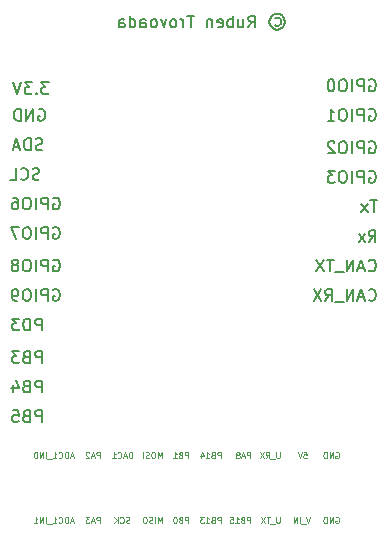
<source format=gbr>
%TF.GenerationSoftware,KiCad,Pcbnew,8.0.0*%
%TF.CreationDate,2024-04-21T21:54:23+01:00*%
%TF.ProjectId,Microll,4d696372-6f6c-46c2-9e6b-696361645f70,rev?*%
%TF.SameCoordinates,PX564eba0PY53724e0*%
%TF.FileFunction,Legend,Bot*%
%TF.FilePolarity,Positive*%
%FSLAX46Y46*%
G04 Gerber Fmt 4.6, Leading zero omitted, Abs format (unit mm)*
G04 Created by KiCad (PCBNEW 8.0.0) date 2024-04-21 21:54:23*
%MOMM*%
%LPD*%
G01*
G04 APERTURE LIST*
%ADD10C,0.150000*%
%ADD11C,0.100000*%
G04 APERTURE END LIST*
D10*
X22653696Y39547886D02*
X22748935Y39595505D01*
X22748935Y39595505D02*
X22939411Y39595505D01*
X22939411Y39595505D02*
X23034649Y39547886D01*
X23034649Y39547886D02*
X23129887Y39452648D01*
X23129887Y39452648D02*
X23177506Y39357410D01*
X23177506Y39357410D02*
X23177506Y39166934D01*
X23177506Y39166934D02*
X23129887Y39071696D01*
X23129887Y39071696D02*
X23034649Y38976458D01*
X23034649Y38976458D02*
X22939411Y38928839D01*
X22939411Y38928839D02*
X22748935Y38928839D01*
X22748935Y38928839D02*
X22653696Y38976458D01*
X22844173Y39928839D02*
X23082268Y39881220D01*
X23082268Y39881220D02*
X23320363Y39738362D01*
X23320363Y39738362D02*
X23463220Y39500267D01*
X23463220Y39500267D02*
X23510839Y39262172D01*
X23510839Y39262172D02*
X23463220Y39024077D01*
X23463220Y39024077D02*
X23320363Y38785981D01*
X23320363Y38785981D02*
X23082268Y38643124D01*
X23082268Y38643124D02*
X22844173Y38595505D01*
X22844173Y38595505D02*
X22606077Y38643124D01*
X22606077Y38643124D02*
X22367982Y38785981D01*
X22367982Y38785981D02*
X22225125Y39024077D01*
X22225125Y39024077D02*
X22177506Y39262172D01*
X22177506Y39262172D02*
X22225125Y39500267D01*
X22225125Y39500267D02*
X22367982Y39738362D01*
X22367982Y39738362D02*
X22606077Y39881220D01*
X22606077Y39881220D02*
X22844173Y39928839D01*
X20415601Y38785981D02*
X20748934Y39262172D01*
X20987029Y38785981D02*
X20987029Y39785981D01*
X20987029Y39785981D02*
X20606077Y39785981D01*
X20606077Y39785981D02*
X20510839Y39738362D01*
X20510839Y39738362D02*
X20463220Y39690743D01*
X20463220Y39690743D02*
X20415601Y39595505D01*
X20415601Y39595505D02*
X20415601Y39452648D01*
X20415601Y39452648D02*
X20463220Y39357410D01*
X20463220Y39357410D02*
X20510839Y39309791D01*
X20510839Y39309791D02*
X20606077Y39262172D01*
X20606077Y39262172D02*
X20987029Y39262172D01*
X19558458Y39452648D02*
X19558458Y38785981D01*
X19987029Y39452648D02*
X19987029Y38928839D01*
X19987029Y38928839D02*
X19939410Y38833600D01*
X19939410Y38833600D02*
X19844172Y38785981D01*
X19844172Y38785981D02*
X19701315Y38785981D01*
X19701315Y38785981D02*
X19606077Y38833600D01*
X19606077Y38833600D02*
X19558458Y38881220D01*
X19082267Y38785981D02*
X19082267Y39785981D01*
X19082267Y39405029D02*
X18987029Y39452648D01*
X18987029Y39452648D02*
X18796553Y39452648D01*
X18796553Y39452648D02*
X18701315Y39405029D01*
X18701315Y39405029D02*
X18653696Y39357410D01*
X18653696Y39357410D02*
X18606077Y39262172D01*
X18606077Y39262172D02*
X18606077Y38976458D01*
X18606077Y38976458D02*
X18653696Y38881220D01*
X18653696Y38881220D02*
X18701315Y38833600D01*
X18701315Y38833600D02*
X18796553Y38785981D01*
X18796553Y38785981D02*
X18987029Y38785981D01*
X18987029Y38785981D02*
X19082267Y38833600D01*
X17796553Y38833600D02*
X17891791Y38785981D01*
X17891791Y38785981D02*
X18082267Y38785981D01*
X18082267Y38785981D02*
X18177505Y38833600D01*
X18177505Y38833600D02*
X18225124Y38928839D01*
X18225124Y38928839D02*
X18225124Y39309791D01*
X18225124Y39309791D02*
X18177505Y39405029D01*
X18177505Y39405029D02*
X18082267Y39452648D01*
X18082267Y39452648D02*
X17891791Y39452648D01*
X17891791Y39452648D02*
X17796553Y39405029D01*
X17796553Y39405029D02*
X17748934Y39309791D01*
X17748934Y39309791D02*
X17748934Y39214553D01*
X17748934Y39214553D02*
X18225124Y39119315D01*
X17320362Y39452648D02*
X17320362Y38785981D01*
X17320362Y39357410D02*
X17272743Y39405029D01*
X17272743Y39405029D02*
X17177505Y39452648D01*
X17177505Y39452648D02*
X17034648Y39452648D01*
X17034648Y39452648D02*
X16939410Y39405029D01*
X16939410Y39405029D02*
X16891791Y39309791D01*
X16891791Y39309791D02*
X16891791Y38785981D01*
X15796552Y39785981D02*
X15225124Y39785981D01*
X15510838Y38785981D02*
X15510838Y39785981D01*
X14891790Y38785981D02*
X14891790Y39452648D01*
X14891790Y39262172D02*
X14844171Y39357410D01*
X14844171Y39357410D02*
X14796552Y39405029D01*
X14796552Y39405029D02*
X14701314Y39452648D01*
X14701314Y39452648D02*
X14606076Y39452648D01*
X14129885Y38785981D02*
X14225123Y38833600D01*
X14225123Y38833600D02*
X14272742Y38881220D01*
X14272742Y38881220D02*
X14320361Y38976458D01*
X14320361Y38976458D02*
X14320361Y39262172D01*
X14320361Y39262172D02*
X14272742Y39357410D01*
X14272742Y39357410D02*
X14225123Y39405029D01*
X14225123Y39405029D02*
X14129885Y39452648D01*
X14129885Y39452648D02*
X13987028Y39452648D01*
X13987028Y39452648D02*
X13891790Y39405029D01*
X13891790Y39405029D02*
X13844171Y39357410D01*
X13844171Y39357410D02*
X13796552Y39262172D01*
X13796552Y39262172D02*
X13796552Y38976458D01*
X13796552Y38976458D02*
X13844171Y38881220D01*
X13844171Y38881220D02*
X13891790Y38833600D01*
X13891790Y38833600D02*
X13987028Y38785981D01*
X13987028Y38785981D02*
X14129885Y38785981D01*
X13463218Y39452648D02*
X13225123Y38785981D01*
X13225123Y38785981D02*
X12987028Y39452648D01*
X12463218Y38785981D02*
X12558456Y38833600D01*
X12558456Y38833600D02*
X12606075Y38881220D01*
X12606075Y38881220D02*
X12653694Y38976458D01*
X12653694Y38976458D02*
X12653694Y39262172D01*
X12653694Y39262172D02*
X12606075Y39357410D01*
X12606075Y39357410D02*
X12558456Y39405029D01*
X12558456Y39405029D02*
X12463218Y39452648D01*
X12463218Y39452648D02*
X12320361Y39452648D01*
X12320361Y39452648D02*
X12225123Y39405029D01*
X12225123Y39405029D02*
X12177504Y39357410D01*
X12177504Y39357410D02*
X12129885Y39262172D01*
X12129885Y39262172D02*
X12129885Y38976458D01*
X12129885Y38976458D02*
X12177504Y38881220D01*
X12177504Y38881220D02*
X12225123Y38833600D01*
X12225123Y38833600D02*
X12320361Y38785981D01*
X12320361Y38785981D02*
X12463218Y38785981D01*
X11272742Y38785981D02*
X11272742Y39309791D01*
X11272742Y39309791D02*
X11320361Y39405029D01*
X11320361Y39405029D02*
X11415599Y39452648D01*
X11415599Y39452648D02*
X11606075Y39452648D01*
X11606075Y39452648D02*
X11701313Y39405029D01*
X11272742Y38833600D02*
X11367980Y38785981D01*
X11367980Y38785981D02*
X11606075Y38785981D01*
X11606075Y38785981D02*
X11701313Y38833600D01*
X11701313Y38833600D02*
X11748932Y38928839D01*
X11748932Y38928839D02*
X11748932Y39024077D01*
X11748932Y39024077D02*
X11701313Y39119315D01*
X11701313Y39119315D02*
X11606075Y39166934D01*
X11606075Y39166934D02*
X11367980Y39166934D01*
X11367980Y39166934D02*
X11272742Y39214553D01*
X10367980Y38785981D02*
X10367980Y39785981D01*
X10367980Y38833600D02*
X10463218Y38785981D01*
X10463218Y38785981D02*
X10653694Y38785981D01*
X10653694Y38785981D02*
X10748932Y38833600D01*
X10748932Y38833600D02*
X10796551Y38881220D01*
X10796551Y38881220D02*
X10844170Y38976458D01*
X10844170Y38976458D02*
X10844170Y39262172D01*
X10844170Y39262172D02*
X10796551Y39357410D01*
X10796551Y39357410D02*
X10748932Y39405029D01*
X10748932Y39405029D02*
X10653694Y39452648D01*
X10653694Y39452648D02*
X10463218Y39452648D01*
X10463218Y39452648D02*
X10367980Y39405029D01*
X9463218Y38785981D02*
X9463218Y39309791D01*
X9463218Y39309791D02*
X9510837Y39405029D01*
X9510837Y39405029D02*
X9606075Y39452648D01*
X9606075Y39452648D02*
X9796551Y39452648D01*
X9796551Y39452648D02*
X9891789Y39405029D01*
X9463218Y38833600D02*
X9558456Y38785981D01*
X9558456Y38785981D02*
X9796551Y38785981D01*
X9796551Y38785981D02*
X9891789Y38833600D01*
X9891789Y38833600D02*
X9939408Y38928839D01*
X9939408Y38928839D02*
X9939408Y39024077D01*
X9939408Y39024077D02*
X9891789Y39119315D01*
X9891789Y39119315D02*
X9796551Y39166934D01*
X9796551Y39166934D02*
X9558456Y39166934D01*
X9558456Y39166934D02*
X9463218Y39214553D01*
X3889411Y24332562D02*
X3984649Y24380181D01*
X3984649Y24380181D02*
X4127506Y24380181D01*
X4127506Y24380181D02*
X4270363Y24332562D01*
X4270363Y24332562D02*
X4365601Y24237324D01*
X4365601Y24237324D02*
X4413220Y24142086D01*
X4413220Y24142086D02*
X4460839Y23951610D01*
X4460839Y23951610D02*
X4460839Y23808753D01*
X4460839Y23808753D02*
X4413220Y23618277D01*
X4413220Y23618277D02*
X4365601Y23523039D01*
X4365601Y23523039D02*
X4270363Y23427800D01*
X4270363Y23427800D02*
X4127506Y23380181D01*
X4127506Y23380181D02*
X4032268Y23380181D01*
X4032268Y23380181D02*
X3889411Y23427800D01*
X3889411Y23427800D02*
X3841792Y23475420D01*
X3841792Y23475420D02*
X3841792Y23808753D01*
X3841792Y23808753D02*
X4032268Y23808753D01*
X3413220Y23380181D02*
X3413220Y24380181D01*
X3413220Y24380181D02*
X3032268Y24380181D01*
X3032268Y24380181D02*
X2937030Y24332562D01*
X2937030Y24332562D02*
X2889411Y24284943D01*
X2889411Y24284943D02*
X2841792Y24189705D01*
X2841792Y24189705D02*
X2841792Y24046848D01*
X2841792Y24046848D02*
X2889411Y23951610D01*
X2889411Y23951610D02*
X2937030Y23903991D01*
X2937030Y23903991D02*
X3032268Y23856372D01*
X3032268Y23856372D02*
X3413220Y23856372D01*
X2413220Y23380181D02*
X2413220Y24380181D01*
X1746554Y24380181D02*
X1556078Y24380181D01*
X1556078Y24380181D02*
X1460840Y24332562D01*
X1460840Y24332562D02*
X1365602Y24237324D01*
X1365602Y24237324D02*
X1317983Y24046848D01*
X1317983Y24046848D02*
X1317983Y23713515D01*
X1317983Y23713515D02*
X1365602Y23523039D01*
X1365602Y23523039D02*
X1460840Y23427800D01*
X1460840Y23427800D02*
X1556078Y23380181D01*
X1556078Y23380181D02*
X1746554Y23380181D01*
X1746554Y23380181D02*
X1841792Y23427800D01*
X1841792Y23427800D02*
X1937030Y23523039D01*
X1937030Y23523039D02*
X1984649Y23713515D01*
X1984649Y23713515D02*
X1984649Y24046848D01*
X1984649Y24046848D02*
X1937030Y24237324D01*
X1937030Y24237324D02*
X1841792Y24332562D01*
X1841792Y24332562D02*
X1746554Y24380181D01*
X460840Y24380181D02*
X651316Y24380181D01*
X651316Y24380181D02*
X746554Y24332562D01*
X746554Y24332562D02*
X794173Y24284943D01*
X794173Y24284943D02*
X889411Y24142086D01*
X889411Y24142086D02*
X937030Y23951610D01*
X937030Y23951610D02*
X937030Y23570658D01*
X937030Y23570658D02*
X889411Y23475420D01*
X889411Y23475420D02*
X841792Y23427800D01*
X841792Y23427800D02*
X746554Y23380181D01*
X746554Y23380181D02*
X556078Y23380181D01*
X556078Y23380181D02*
X460840Y23427800D01*
X460840Y23427800D02*
X413221Y23475420D01*
X413221Y23475420D02*
X365602Y23570658D01*
X365602Y23570658D02*
X365602Y23808753D01*
X365602Y23808753D02*
X413221Y23903991D01*
X413221Y23903991D02*
X460840Y23951610D01*
X460840Y23951610D02*
X556078Y23999229D01*
X556078Y23999229D02*
X746554Y23999229D01*
X746554Y23999229D02*
X841792Y23951610D01*
X841792Y23951610D02*
X889411Y23903991D01*
X889411Y23903991D02*
X937030Y23808753D01*
X3889411Y16582562D02*
X3984649Y16630181D01*
X3984649Y16630181D02*
X4127506Y16630181D01*
X4127506Y16630181D02*
X4270363Y16582562D01*
X4270363Y16582562D02*
X4365601Y16487324D01*
X4365601Y16487324D02*
X4413220Y16392086D01*
X4413220Y16392086D02*
X4460839Y16201610D01*
X4460839Y16201610D02*
X4460839Y16058753D01*
X4460839Y16058753D02*
X4413220Y15868277D01*
X4413220Y15868277D02*
X4365601Y15773039D01*
X4365601Y15773039D02*
X4270363Y15677800D01*
X4270363Y15677800D02*
X4127506Y15630181D01*
X4127506Y15630181D02*
X4032268Y15630181D01*
X4032268Y15630181D02*
X3889411Y15677800D01*
X3889411Y15677800D02*
X3841792Y15725420D01*
X3841792Y15725420D02*
X3841792Y16058753D01*
X3841792Y16058753D02*
X4032268Y16058753D01*
X3413220Y15630181D02*
X3413220Y16630181D01*
X3413220Y16630181D02*
X3032268Y16630181D01*
X3032268Y16630181D02*
X2937030Y16582562D01*
X2937030Y16582562D02*
X2889411Y16534943D01*
X2889411Y16534943D02*
X2841792Y16439705D01*
X2841792Y16439705D02*
X2841792Y16296848D01*
X2841792Y16296848D02*
X2889411Y16201610D01*
X2889411Y16201610D02*
X2937030Y16153991D01*
X2937030Y16153991D02*
X3032268Y16106372D01*
X3032268Y16106372D02*
X3413220Y16106372D01*
X2413220Y15630181D02*
X2413220Y16630181D01*
X1746554Y16630181D02*
X1556078Y16630181D01*
X1556078Y16630181D02*
X1460840Y16582562D01*
X1460840Y16582562D02*
X1365602Y16487324D01*
X1365602Y16487324D02*
X1317983Y16296848D01*
X1317983Y16296848D02*
X1317983Y15963515D01*
X1317983Y15963515D02*
X1365602Y15773039D01*
X1365602Y15773039D02*
X1460840Y15677800D01*
X1460840Y15677800D02*
X1556078Y15630181D01*
X1556078Y15630181D02*
X1746554Y15630181D01*
X1746554Y15630181D02*
X1841792Y15677800D01*
X1841792Y15677800D02*
X1937030Y15773039D01*
X1937030Y15773039D02*
X1984649Y15963515D01*
X1984649Y15963515D02*
X1984649Y16296848D01*
X1984649Y16296848D02*
X1937030Y16487324D01*
X1937030Y16487324D02*
X1841792Y16582562D01*
X1841792Y16582562D02*
X1746554Y16630181D01*
X841792Y15630181D02*
X651316Y15630181D01*
X651316Y15630181D02*
X556078Y15677800D01*
X556078Y15677800D02*
X508459Y15725420D01*
X508459Y15725420D02*
X413221Y15868277D01*
X413221Y15868277D02*
X365602Y16058753D01*
X365602Y16058753D02*
X365602Y16439705D01*
X365602Y16439705D02*
X413221Y16534943D01*
X413221Y16534943D02*
X460840Y16582562D01*
X460840Y16582562D02*
X556078Y16630181D01*
X556078Y16630181D02*
X746554Y16630181D01*
X746554Y16630181D02*
X841792Y16582562D01*
X841792Y16582562D02*
X889411Y16534943D01*
X889411Y16534943D02*
X937030Y16439705D01*
X937030Y16439705D02*
X937030Y16201610D01*
X937030Y16201610D02*
X889411Y16106372D01*
X889411Y16106372D02*
X841792Y16058753D01*
X841792Y16058753D02*
X746554Y16011134D01*
X746554Y16011134D02*
X556078Y16011134D01*
X556078Y16011134D02*
X460840Y16058753D01*
X460840Y16058753D02*
X413221Y16106372D01*
X413221Y16106372D02*
X365602Y16201610D01*
X3889411Y21832562D02*
X3984649Y21880181D01*
X3984649Y21880181D02*
X4127506Y21880181D01*
X4127506Y21880181D02*
X4270363Y21832562D01*
X4270363Y21832562D02*
X4365601Y21737324D01*
X4365601Y21737324D02*
X4413220Y21642086D01*
X4413220Y21642086D02*
X4460839Y21451610D01*
X4460839Y21451610D02*
X4460839Y21308753D01*
X4460839Y21308753D02*
X4413220Y21118277D01*
X4413220Y21118277D02*
X4365601Y21023039D01*
X4365601Y21023039D02*
X4270363Y20927800D01*
X4270363Y20927800D02*
X4127506Y20880181D01*
X4127506Y20880181D02*
X4032268Y20880181D01*
X4032268Y20880181D02*
X3889411Y20927800D01*
X3889411Y20927800D02*
X3841792Y20975420D01*
X3841792Y20975420D02*
X3841792Y21308753D01*
X3841792Y21308753D02*
X4032268Y21308753D01*
X3413220Y20880181D02*
X3413220Y21880181D01*
X3413220Y21880181D02*
X3032268Y21880181D01*
X3032268Y21880181D02*
X2937030Y21832562D01*
X2937030Y21832562D02*
X2889411Y21784943D01*
X2889411Y21784943D02*
X2841792Y21689705D01*
X2841792Y21689705D02*
X2841792Y21546848D01*
X2841792Y21546848D02*
X2889411Y21451610D01*
X2889411Y21451610D02*
X2937030Y21403991D01*
X2937030Y21403991D02*
X3032268Y21356372D01*
X3032268Y21356372D02*
X3413220Y21356372D01*
X2413220Y20880181D02*
X2413220Y21880181D01*
X1746554Y21880181D02*
X1556078Y21880181D01*
X1556078Y21880181D02*
X1460840Y21832562D01*
X1460840Y21832562D02*
X1365602Y21737324D01*
X1365602Y21737324D02*
X1317983Y21546848D01*
X1317983Y21546848D02*
X1317983Y21213515D01*
X1317983Y21213515D02*
X1365602Y21023039D01*
X1365602Y21023039D02*
X1460840Y20927800D01*
X1460840Y20927800D02*
X1556078Y20880181D01*
X1556078Y20880181D02*
X1746554Y20880181D01*
X1746554Y20880181D02*
X1841792Y20927800D01*
X1841792Y20927800D02*
X1937030Y21023039D01*
X1937030Y21023039D02*
X1984649Y21213515D01*
X1984649Y21213515D02*
X1984649Y21546848D01*
X1984649Y21546848D02*
X1937030Y21737324D01*
X1937030Y21737324D02*
X1841792Y21832562D01*
X1841792Y21832562D02*
X1746554Y21880181D01*
X984649Y21880181D02*
X317983Y21880181D01*
X317983Y21880181D02*
X746554Y20880181D01*
X2913220Y10380181D02*
X2913220Y11380181D01*
X2913220Y11380181D02*
X2532268Y11380181D01*
X2532268Y11380181D02*
X2437030Y11332562D01*
X2437030Y11332562D02*
X2389411Y11284943D01*
X2389411Y11284943D02*
X2341792Y11189705D01*
X2341792Y11189705D02*
X2341792Y11046848D01*
X2341792Y11046848D02*
X2389411Y10951610D01*
X2389411Y10951610D02*
X2437030Y10903991D01*
X2437030Y10903991D02*
X2532268Y10856372D01*
X2532268Y10856372D02*
X2913220Y10856372D01*
X1579887Y10903991D02*
X1437030Y10856372D01*
X1437030Y10856372D02*
X1389411Y10808753D01*
X1389411Y10808753D02*
X1341792Y10713515D01*
X1341792Y10713515D02*
X1341792Y10570658D01*
X1341792Y10570658D02*
X1389411Y10475420D01*
X1389411Y10475420D02*
X1437030Y10427800D01*
X1437030Y10427800D02*
X1532268Y10380181D01*
X1532268Y10380181D02*
X1913220Y10380181D01*
X1913220Y10380181D02*
X1913220Y11380181D01*
X1913220Y11380181D02*
X1579887Y11380181D01*
X1579887Y11380181D02*
X1484649Y11332562D01*
X1484649Y11332562D02*
X1437030Y11284943D01*
X1437030Y11284943D02*
X1389411Y11189705D01*
X1389411Y11189705D02*
X1389411Y11094467D01*
X1389411Y11094467D02*
X1437030Y10999229D01*
X1437030Y10999229D02*
X1484649Y10951610D01*
X1484649Y10951610D02*
X1579887Y10903991D01*
X1579887Y10903991D02*
X1913220Y10903991D01*
X1008458Y11380181D02*
X389411Y11380181D01*
X389411Y11380181D02*
X722744Y10999229D01*
X722744Y10999229D02*
X579887Y10999229D01*
X579887Y10999229D02*
X484649Y10951610D01*
X484649Y10951610D02*
X437030Y10903991D01*
X437030Y10903991D02*
X389411Y10808753D01*
X389411Y10808753D02*
X389411Y10570658D01*
X389411Y10570658D02*
X437030Y10475420D01*
X437030Y10475420D02*
X484649Y10427800D01*
X484649Y10427800D02*
X579887Y10380181D01*
X579887Y10380181D02*
X865601Y10380181D01*
X865601Y10380181D02*
X960839Y10427800D01*
X960839Y10427800D02*
X1008458Y10475420D01*
D11*
X25636591Y-2683609D02*
X25469925Y-3183609D01*
X25469925Y-3183609D02*
X25303258Y-2683609D01*
X25255640Y-3231228D02*
X24874687Y-3231228D01*
X24755640Y-3183609D02*
X24755640Y-2683609D01*
X24517545Y-3183609D02*
X24517545Y-2683609D01*
X24517545Y-2683609D02*
X24231831Y-3183609D01*
X24231831Y-3183609D02*
X24231831Y-2683609D01*
X23065163Y-2683609D02*
X23065163Y-3088371D01*
X23065163Y-3088371D02*
X23041353Y-3135990D01*
X23041353Y-3135990D02*
X23017544Y-3159800D01*
X23017544Y-3159800D02*
X22969925Y-3183609D01*
X22969925Y-3183609D02*
X22874687Y-3183609D01*
X22874687Y-3183609D02*
X22827068Y-3159800D01*
X22827068Y-3159800D02*
X22803258Y-3135990D01*
X22803258Y-3135990D02*
X22779449Y-3088371D01*
X22779449Y-3088371D02*
X22779449Y-2683609D01*
X22660401Y-3231228D02*
X22279448Y-3231228D01*
X22231829Y-2683609D02*
X21946115Y-2683609D01*
X22088972Y-3183609D02*
X22088972Y-2683609D01*
X21827068Y-2683609D02*
X21493735Y-3183609D01*
X21493735Y-2683609D02*
X21827068Y-3183609D01*
D10*
X30639411Y31832562D02*
X30734649Y31880181D01*
X30734649Y31880181D02*
X30877506Y31880181D01*
X30877506Y31880181D02*
X31020363Y31832562D01*
X31020363Y31832562D02*
X31115601Y31737324D01*
X31115601Y31737324D02*
X31163220Y31642086D01*
X31163220Y31642086D02*
X31210839Y31451610D01*
X31210839Y31451610D02*
X31210839Y31308753D01*
X31210839Y31308753D02*
X31163220Y31118277D01*
X31163220Y31118277D02*
X31115601Y31023039D01*
X31115601Y31023039D02*
X31020363Y30927800D01*
X31020363Y30927800D02*
X30877506Y30880181D01*
X30877506Y30880181D02*
X30782268Y30880181D01*
X30782268Y30880181D02*
X30639411Y30927800D01*
X30639411Y30927800D02*
X30591792Y30975420D01*
X30591792Y30975420D02*
X30591792Y31308753D01*
X30591792Y31308753D02*
X30782268Y31308753D01*
X30163220Y30880181D02*
X30163220Y31880181D01*
X30163220Y31880181D02*
X29782268Y31880181D01*
X29782268Y31880181D02*
X29687030Y31832562D01*
X29687030Y31832562D02*
X29639411Y31784943D01*
X29639411Y31784943D02*
X29591792Y31689705D01*
X29591792Y31689705D02*
X29591792Y31546848D01*
X29591792Y31546848D02*
X29639411Y31451610D01*
X29639411Y31451610D02*
X29687030Y31403991D01*
X29687030Y31403991D02*
X29782268Y31356372D01*
X29782268Y31356372D02*
X30163220Y31356372D01*
X29163220Y30880181D02*
X29163220Y31880181D01*
X28496554Y31880181D02*
X28306078Y31880181D01*
X28306078Y31880181D02*
X28210840Y31832562D01*
X28210840Y31832562D02*
X28115602Y31737324D01*
X28115602Y31737324D02*
X28067983Y31546848D01*
X28067983Y31546848D02*
X28067983Y31213515D01*
X28067983Y31213515D02*
X28115602Y31023039D01*
X28115602Y31023039D02*
X28210840Y30927800D01*
X28210840Y30927800D02*
X28306078Y30880181D01*
X28306078Y30880181D02*
X28496554Y30880181D01*
X28496554Y30880181D02*
X28591792Y30927800D01*
X28591792Y30927800D02*
X28687030Y31023039D01*
X28687030Y31023039D02*
X28734649Y31213515D01*
X28734649Y31213515D02*
X28734649Y31546848D01*
X28734649Y31546848D02*
X28687030Y31737324D01*
X28687030Y31737324D02*
X28591792Y31832562D01*
X28591792Y31832562D02*
X28496554Y31880181D01*
X27115602Y30880181D02*
X27687030Y30880181D01*
X27401316Y30880181D02*
X27401316Y31880181D01*
X27401316Y31880181D02*
X27496554Y31737324D01*
X27496554Y31737324D02*
X27591792Y31642086D01*
X27591792Y31642086D02*
X27687030Y31594467D01*
D11*
X25077068Y2816391D02*
X25315163Y2816391D01*
X25315163Y2816391D02*
X25338972Y2578296D01*
X25338972Y2578296D02*
X25315163Y2602105D01*
X25315163Y2602105D02*
X25267544Y2625915D01*
X25267544Y2625915D02*
X25148496Y2625915D01*
X25148496Y2625915D02*
X25100877Y2602105D01*
X25100877Y2602105D02*
X25077068Y2578296D01*
X25077068Y2578296D02*
X25053258Y2530677D01*
X25053258Y2530677D02*
X25053258Y2411629D01*
X25053258Y2411629D02*
X25077068Y2364010D01*
X25077068Y2364010D02*
X25100877Y2340200D01*
X25100877Y2340200D02*
X25148496Y2316391D01*
X25148496Y2316391D02*
X25267544Y2316391D01*
X25267544Y2316391D02*
X25315163Y2340200D01*
X25315163Y2340200D02*
X25338972Y2364010D01*
X24910401Y2816391D02*
X24743735Y2316391D01*
X24743735Y2316391D02*
X24577068Y2816391D01*
X15315163Y2316391D02*
X15315163Y2816391D01*
X15315163Y2816391D02*
X15124687Y2816391D01*
X15124687Y2816391D02*
X15077068Y2792581D01*
X15077068Y2792581D02*
X15053258Y2768772D01*
X15053258Y2768772D02*
X15029449Y2721153D01*
X15029449Y2721153D02*
X15029449Y2649724D01*
X15029449Y2649724D02*
X15053258Y2602105D01*
X15053258Y2602105D02*
X15077068Y2578296D01*
X15077068Y2578296D02*
X15124687Y2554486D01*
X15124687Y2554486D02*
X15315163Y2554486D01*
X14648496Y2578296D02*
X14577068Y2554486D01*
X14577068Y2554486D02*
X14553258Y2530677D01*
X14553258Y2530677D02*
X14529449Y2483058D01*
X14529449Y2483058D02*
X14529449Y2411629D01*
X14529449Y2411629D02*
X14553258Y2364010D01*
X14553258Y2364010D02*
X14577068Y2340200D01*
X14577068Y2340200D02*
X14624687Y2316391D01*
X14624687Y2316391D02*
X14815163Y2316391D01*
X14815163Y2316391D02*
X14815163Y2816391D01*
X14815163Y2816391D02*
X14648496Y2816391D01*
X14648496Y2816391D02*
X14600877Y2792581D01*
X14600877Y2792581D02*
X14577068Y2768772D01*
X14577068Y2768772D02*
X14553258Y2721153D01*
X14553258Y2721153D02*
X14553258Y2673534D01*
X14553258Y2673534D02*
X14577068Y2625915D01*
X14577068Y2625915D02*
X14600877Y2602105D01*
X14600877Y2602105D02*
X14648496Y2578296D01*
X14648496Y2578296D02*
X14815163Y2578296D01*
X14053258Y2316391D02*
X14338972Y2316391D01*
X14196115Y2316391D02*
X14196115Y2816391D01*
X14196115Y2816391D02*
X14243734Y2744962D01*
X14243734Y2744962D02*
X14291353Y2697343D01*
X14291353Y2697343D02*
X14338972Y2673534D01*
D10*
X2639411Y31832562D02*
X2734649Y31880181D01*
X2734649Y31880181D02*
X2877506Y31880181D01*
X2877506Y31880181D02*
X3020363Y31832562D01*
X3020363Y31832562D02*
X3115601Y31737324D01*
X3115601Y31737324D02*
X3163220Y31642086D01*
X3163220Y31642086D02*
X3210839Y31451610D01*
X3210839Y31451610D02*
X3210839Y31308753D01*
X3210839Y31308753D02*
X3163220Y31118277D01*
X3163220Y31118277D02*
X3115601Y31023039D01*
X3115601Y31023039D02*
X3020363Y30927800D01*
X3020363Y30927800D02*
X2877506Y30880181D01*
X2877506Y30880181D02*
X2782268Y30880181D01*
X2782268Y30880181D02*
X2639411Y30927800D01*
X2639411Y30927800D02*
X2591792Y30975420D01*
X2591792Y30975420D02*
X2591792Y31308753D01*
X2591792Y31308753D02*
X2782268Y31308753D01*
X2163220Y30880181D02*
X2163220Y31880181D01*
X2163220Y31880181D02*
X1591792Y30880181D01*
X1591792Y30880181D02*
X1591792Y31880181D01*
X1115601Y30880181D02*
X1115601Y31880181D01*
X1115601Y31880181D02*
X877506Y31880181D01*
X877506Y31880181D02*
X734649Y31832562D01*
X734649Y31832562D02*
X639411Y31737324D01*
X639411Y31737324D02*
X591792Y31642086D01*
X591792Y31642086D02*
X544173Y31451610D01*
X544173Y31451610D02*
X544173Y31308753D01*
X544173Y31308753D02*
X591792Y31118277D01*
X591792Y31118277D02*
X639411Y31023039D01*
X639411Y31023039D02*
X734649Y30927800D01*
X734649Y30927800D02*
X877506Y30880181D01*
X877506Y30880181D02*
X1115601Y30880181D01*
X30639411Y29082562D02*
X30734649Y29130181D01*
X30734649Y29130181D02*
X30877506Y29130181D01*
X30877506Y29130181D02*
X31020363Y29082562D01*
X31020363Y29082562D02*
X31115601Y28987324D01*
X31115601Y28987324D02*
X31163220Y28892086D01*
X31163220Y28892086D02*
X31210839Y28701610D01*
X31210839Y28701610D02*
X31210839Y28558753D01*
X31210839Y28558753D02*
X31163220Y28368277D01*
X31163220Y28368277D02*
X31115601Y28273039D01*
X31115601Y28273039D02*
X31020363Y28177800D01*
X31020363Y28177800D02*
X30877506Y28130181D01*
X30877506Y28130181D02*
X30782268Y28130181D01*
X30782268Y28130181D02*
X30639411Y28177800D01*
X30639411Y28177800D02*
X30591792Y28225420D01*
X30591792Y28225420D02*
X30591792Y28558753D01*
X30591792Y28558753D02*
X30782268Y28558753D01*
X30163220Y28130181D02*
X30163220Y29130181D01*
X30163220Y29130181D02*
X29782268Y29130181D01*
X29782268Y29130181D02*
X29687030Y29082562D01*
X29687030Y29082562D02*
X29639411Y29034943D01*
X29639411Y29034943D02*
X29591792Y28939705D01*
X29591792Y28939705D02*
X29591792Y28796848D01*
X29591792Y28796848D02*
X29639411Y28701610D01*
X29639411Y28701610D02*
X29687030Y28653991D01*
X29687030Y28653991D02*
X29782268Y28606372D01*
X29782268Y28606372D02*
X30163220Y28606372D01*
X29163220Y28130181D02*
X29163220Y29130181D01*
X28496554Y29130181D02*
X28306078Y29130181D01*
X28306078Y29130181D02*
X28210840Y29082562D01*
X28210840Y29082562D02*
X28115602Y28987324D01*
X28115602Y28987324D02*
X28067983Y28796848D01*
X28067983Y28796848D02*
X28067983Y28463515D01*
X28067983Y28463515D02*
X28115602Y28273039D01*
X28115602Y28273039D02*
X28210840Y28177800D01*
X28210840Y28177800D02*
X28306078Y28130181D01*
X28306078Y28130181D02*
X28496554Y28130181D01*
X28496554Y28130181D02*
X28591792Y28177800D01*
X28591792Y28177800D02*
X28687030Y28273039D01*
X28687030Y28273039D02*
X28734649Y28463515D01*
X28734649Y28463515D02*
X28734649Y28796848D01*
X28734649Y28796848D02*
X28687030Y28987324D01*
X28687030Y28987324D02*
X28591792Y29082562D01*
X28591792Y29082562D02*
X28496554Y29130181D01*
X27687030Y29034943D02*
X27639411Y29082562D01*
X27639411Y29082562D02*
X27544173Y29130181D01*
X27544173Y29130181D02*
X27306078Y29130181D01*
X27306078Y29130181D02*
X27210840Y29082562D01*
X27210840Y29082562D02*
X27163221Y29034943D01*
X27163221Y29034943D02*
X27115602Y28939705D01*
X27115602Y28939705D02*
X27115602Y28844467D01*
X27115602Y28844467D02*
X27163221Y28701610D01*
X27163221Y28701610D02*
X27734649Y28130181D01*
X27734649Y28130181D02*
X27115602Y28130181D01*
D11*
X27803258Y2792581D02*
X27850877Y2816391D01*
X27850877Y2816391D02*
X27922306Y2816391D01*
X27922306Y2816391D02*
X27993734Y2792581D01*
X27993734Y2792581D02*
X28041353Y2744962D01*
X28041353Y2744962D02*
X28065163Y2697343D01*
X28065163Y2697343D02*
X28088972Y2602105D01*
X28088972Y2602105D02*
X28088972Y2530677D01*
X28088972Y2530677D02*
X28065163Y2435439D01*
X28065163Y2435439D02*
X28041353Y2387820D01*
X28041353Y2387820D02*
X27993734Y2340200D01*
X27993734Y2340200D02*
X27922306Y2316391D01*
X27922306Y2316391D02*
X27874687Y2316391D01*
X27874687Y2316391D02*
X27803258Y2340200D01*
X27803258Y2340200D02*
X27779449Y2364010D01*
X27779449Y2364010D02*
X27779449Y2530677D01*
X27779449Y2530677D02*
X27874687Y2530677D01*
X27565163Y2316391D02*
X27565163Y2816391D01*
X27565163Y2816391D02*
X27279449Y2316391D01*
X27279449Y2316391D02*
X27279449Y2816391D01*
X27041353Y2316391D02*
X27041353Y2816391D01*
X27041353Y2816391D02*
X26922305Y2816391D01*
X26922305Y2816391D02*
X26850877Y2792581D01*
X26850877Y2792581D02*
X26803258Y2744962D01*
X26803258Y2744962D02*
X26779448Y2697343D01*
X26779448Y2697343D02*
X26755639Y2602105D01*
X26755639Y2602105D02*
X26755639Y2530677D01*
X26755639Y2530677D02*
X26779448Y2435439D01*
X26779448Y2435439D02*
X26803258Y2387820D01*
X26803258Y2387820D02*
X26850877Y2340200D01*
X26850877Y2340200D02*
X26922305Y2316391D01*
X26922305Y2316391D02*
X27041353Y2316391D01*
X20565163Y-3183609D02*
X20565163Y-2683609D01*
X20565163Y-2683609D02*
X20374687Y-2683609D01*
X20374687Y-2683609D02*
X20327068Y-2707419D01*
X20327068Y-2707419D02*
X20303258Y-2731228D01*
X20303258Y-2731228D02*
X20279449Y-2778847D01*
X20279449Y-2778847D02*
X20279449Y-2850276D01*
X20279449Y-2850276D02*
X20303258Y-2897895D01*
X20303258Y-2897895D02*
X20327068Y-2921704D01*
X20327068Y-2921704D02*
X20374687Y-2945514D01*
X20374687Y-2945514D02*
X20565163Y-2945514D01*
X19898496Y-2921704D02*
X19827068Y-2945514D01*
X19827068Y-2945514D02*
X19803258Y-2969323D01*
X19803258Y-2969323D02*
X19779449Y-3016942D01*
X19779449Y-3016942D02*
X19779449Y-3088371D01*
X19779449Y-3088371D02*
X19803258Y-3135990D01*
X19803258Y-3135990D02*
X19827068Y-3159800D01*
X19827068Y-3159800D02*
X19874687Y-3183609D01*
X19874687Y-3183609D02*
X20065163Y-3183609D01*
X20065163Y-3183609D02*
X20065163Y-2683609D01*
X20065163Y-2683609D02*
X19898496Y-2683609D01*
X19898496Y-2683609D02*
X19850877Y-2707419D01*
X19850877Y-2707419D02*
X19827068Y-2731228D01*
X19827068Y-2731228D02*
X19803258Y-2778847D01*
X19803258Y-2778847D02*
X19803258Y-2826466D01*
X19803258Y-2826466D02*
X19827068Y-2874085D01*
X19827068Y-2874085D02*
X19850877Y-2897895D01*
X19850877Y-2897895D02*
X19898496Y-2921704D01*
X19898496Y-2921704D02*
X20065163Y-2921704D01*
X19303258Y-3183609D02*
X19588972Y-3183609D01*
X19446115Y-3183609D02*
X19446115Y-2683609D01*
X19446115Y-2683609D02*
X19493734Y-2755038D01*
X19493734Y-2755038D02*
X19541353Y-2802657D01*
X19541353Y-2802657D02*
X19588972Y-2826466D01*
X18850878Y-2683609D02*
X19088973Y-2683609D01*
X19088973Y-2683609D02*
X19112782Y-2921704D01*
X19112782Y-2921704D02*
X19088973Y-2897895D01*
X19088973Y-2897895D02*
X19041354Y-2874085D01*
X19041354Y-2874085D02*
X18922306Y-2874085D01*
X18922306Y-2874085D02*
X18874687Y-2897895D01*
X18874687Y-2897895D02*
X18850878Y-2921704D01*
X18850878Y-2921704D02*
X18827068Y-2969323D01*
X18827068Y-2969323D02*
X18827068Y-3088371D01*
X18827068Y-3088371D02*
X18850878Y-3135990D01*
X18850878Y-3135990D02*
X18874687Y-3159800D01*
X18874687Y-3159800D02*
X18922306Y-3183609D01*
X18922306Y-3183609D02*
X19041354Y-3183609D01*
X19041354Y-3183609D02*
X19088973Y-3159800D01*
X19088973Y-3159800D02*
X19112782Y-3135990D01*
X7815163Y-3183609D02*
X7815163Y-2683609D01*
X7815163Y-2683609D02*
X7624687Y-2683609D01*
X7624687Y-2683609D02*
X7577068Y-2707419D01*
X7577068Y-2707419D02*
X7553258Y-2731228D01*
X7553258Y-2731228D02*
X7529449Y-2778847D01*
X7529449Y-2778847D02*
X7529449Y-2850276D01*
X7529449Y-2850276D02*
X7553258Y-2897895D01*
X7553258Y-2897895D02*
X7577068Y-2921704D01*
X7577068Y-2921704D02*
X7624687Y-2945514D01*
X7624687Y-2945514D02*
X7815163Y-2945514D01*
X7338972Y-3040752D02*
X7100877Y-3040752D01*
X7386591Y-3183609D02*
X7219925Y-2683609D01*
X7219925Y-2683609D02*
X7053258Y-3183609D01*
X6934211Y-2683609D02*
X6624687Y-2683609D01*
X6624687Y-2683609D02*
X6791354Y-2874085D01*
X6791354Y-2874085D02*
X6719925Y-2874085D01*
X6719925Y-2874085D02*
X6672306Y-2897895D01*
X6672306Y-2897895D02*
X6648497Y-2921704D01*
X6648497Y-2921704D02*
X6624687Y-2969323D01*
X6624687Y-2969323D02*
X6624687Y-3088371D01*
X6624687Y-3088371D02*
X6648497Y-3135990D01*
X6648497Y-3135990D02*
X6672306Y-3159800D01*
X6672306Y-3159800D02*
X6719925Y-3183609D01*
X6719925Y-3183609D02*
X6862782Y-3183609D01*
X6862782Y-3183609D02*
X6910401Y-3159800D01*
X6910401Y-3159800D02*
X6934211Y-3135990D01*
X20565163Y2316391D02*
X20565163Y2816391D01*
X20565163Y2816391D02*
X20374687Y2816391D01*
X20374687Y2816391D02*
X20327068Y2792581D01*
X20327068Y2792581D02*
X20303258Y2768772D01*
X20303258Y2768772D02*
X20279449Y2721153D01*
X20279449Y2721153D02*
X20279449Y2649724D01*
X20279449Y2649724D02*
X20303258Y2602105D01*
X20303258Y2602105D02*
X20327068Y2578296D01*
X20327068Y2578296D02*
X20374687Y2554486D01*
X20374687Y2554486D02*
X20565163Y2554486D01*
X20088972Y2459248D02*
X19850877Y2459248D01*
X20136591Y2316391D02*
X19969925Y2816391D01*
X19969925Y2816391D02*
X19803258Y2316391D01*
X19565163Y2602105D02*
X19612782Y2625915D01*
X19612782Y2625915D02*
X19636592Y2649724D01*
X19636592Y2649724D02*
X19660401Y2697343D01*
X19660401Y2697343D02*
X19660401Y2721153D01*
X19660401Y2721153D02*
X19636592Y2768772D01*
X19636592Y2768772D02*
X19612782Y2792581D01*
X19612782Y2792581D02*
X19565163Y2816391D01*
X19565163Y2816391D02*
X19469925Y2816391D01*
X19469925Y2816391D02*
X19422306Y2792581D01*
X19422306Y2792581D02*
X19398497Y2768772D01*
X19398497Y2768772D02*
X19374687Y2721153D01*
X19374687Y2721153D02*
X19374687Y2697343D01*
X19374687Y2697343D02*
X19398497Y2649724D01*
X19398497Y2649724D02*
X19422306Y2625915D01*
X19422306Y2625915D02*
X19469925Y2602105D01*
X19469925Y2602105D02*
X19565163Y2602105D01*
X19565163Y2602105D02*
X19612782Y2578296D01*
X19612782Y2578296D02*
X19636592Y2554486D01*
X19636592Y2554486D02*
X19660401Y2506867D01*
X19660401Y2506867D02*
X19660401Y2411629D01*
X19660401Y2411629D02*
X19636592Y2364010D01*
X19636592Y2364010D02*
X19612782Y2340200D01*
X19612782Y2340200D02*
X19565163Y2316391D01*
X19565163Y2316391D02*
X19469925Y2316391D01*
X19469925Y2316391D02*
X19422306Y2340200D01*
X19422306Y2340200D02*
X19398497Y2364010D01*
X19398497Y2364010D02*
X19374687Y2411629D01*
X19374687Y2411629D02*
X19374687Y2506867D01*
X19374687Y2506867D02*
X19398497Y2554486D01*
X19398497Y2554486D02*
X19422306Y2578296D01*
X19422306Y2578296D02*
X19469925Y2602105D01*
X10338972Y-3159800D02*
X10267544Y-3183609D01*
X10267544Y-3183609D02*
X10148496Y-3183609D01*
X10148496Y-3183609D02*
X10100877Y-3159800D01*
X10100877Y-3159800D02*
X10077068Y-3135990D01*
X10077068Y-3135990D02*
X10053258Y-3088371D01*
X10053258Y-3088371D02*
X10053258Y-3040752D01*
X10053258Y-3040752D02*
X10077068Y-2993133D01*
X10077068Y-2993133D02*
X10100877Y-2969323D01*
X10100877Y-2969323D02*
X10148496Y-2945514D01*
X10148496Y-2945514D02*
X10243734Y-2921704D01*
X10243734Y-2921704D02*
X10291353Y-2897895D01*
X10291353Y-2897895D02*
X10315163Y-2874085D01*
X10315163Y-2874085D02*
X10338972Y-2826466D01*
X10338972Y-2826466D02*
X10338972Y-2778847D01*
X10338972Y-2778847D02*
X10315163Y-2731228D01*
X10315163Y-2731228D02*
X10291353Y-2707419D01*
X10291353Y-2707419D02*
X10243734Y-2683609D01*
X10243734Y-2683609D02*
X10124687Y-2683609D01*
X10124687Y-2683609D02*
X10053258Y-2707419D01*
X9553259Y-3135990D02*
X9577068Y-3159800D01*
X9577068Y-3159800D02*
X9648497Y-3183609D01*
X9648497Y-3183609D02*
X9696116Y-3183609D01*
X9696116Y-3183609D02*
X9767544Y-3159800D01*
X9767544Y-3159800D02*
X9815163Y-3112180D01*
X9815163Y-3112180D02*
X9838973Y-3064561D01*
X9838973Y-3064561D02*
X9862782Y-2969323D01*
X9862782Y-2969323D02*
X9862782Y-2897895D01*
X9862782Y-2897895D02*
X9838973Y-2802657D01*
X9838973Y-2802657D02*
X9815163Y-2755038D01*
X9815163Y-2755038D02*
X9767544Y-2707419D01*
X9767544Y-2707419D02*
X9696116Y-2683609D01*
X9696116Y-2683609D02*
X9648497Y-2683609D01*
X9648497Y-2683609D02*
X9577068Y-2707419D01*
X9577068Y-2707419D02*
X9553259Y-2731228D01*
X9338973Y-3183609D02*
X9338973Y-2683609D01*
X9053259Y-3183609D02*
X9267544Y-2897895D01*
X9053259Y-2683609D02*
X9338973Y-2969323D01*
X23065163Y2816391D02*
X23065163Y2411629D01*
X23065163Y2411629D02*
X23041353Y2364010D01*
X23041353Y2364010D02*
X23017544Y2340200D01*
X23017544Y2340200D02*
X22969925Y2316391D01*
X22969925Y2316391D02*
X22874687Y2316391D01*
X22874687Y2316391D02*
X22827068Y2340200D01*
X22827068Y2340200D02*
X22803258Y2364010D01*
X22803258Y2364010D02*
X22779449Y2411629D01*
X22779449Y2411629D02*
X22779449Y2816391D01*
X22660401Y2268772D02*
X22279448Y2268772D01*
X21874687Y2316391D02*
X22041353Y2554486D01*
X22160401Y2316391D02*
X22160401Y2816391D01*
X22160401Y2816391D02*
X21969925Y2816391D01*
X21969925Y2816391D02*
X21922306Y2792581D01*
X21922306Y2792581D02*
X21898496Y2768772D01*
X21898496Y2768772D02*
X21874687Y2721153D01*
X21874687Y2721153D02*
X21874687Y2649724D01*
X21874687Y2649724D02*
X21898496Y2602105D01*
X21898496Y2602105D02*
X21922306Y2578296D01*
X21922306Y2578296D02*
X21969925Y2554486D01*
X21969925Y2554486D02*
X22160401Y2554486D01*
X21708020Y2816391D02*
X21374687Y2316391D01*
X21374687Y2816391D02*
X21708020Y2316391D01*
D10*
X31306077Y24130181D02*
X30734649Y24130181D01*
X31020363Y23130181D02*
X31020363Y24130181D01*
X30496553Y23130181D02*
X29972744Y23796848D01*
X30496553Y23796848D02*
X29972744Y23130181D01*
D11*
X13065163Y-3183609D02*
X13065163Y-2683609D01*
X13065163Y-2683609D02*
X12898496Y-3040752D01*
X12898496Y-3040752D02*
X12731830Y-2683609D01*
X12731830Y-2683609D02*
X12731830Y-3183609D01*
X12493734Y-3183609D02*
X12493734Y-2683609D01*
X12279448Y-3159800D02*
X12208020Y-3183609D01*
X12208020Y-3183609D02*
X12088972Y-3183609D01*
X12088972Y-3183609D02*
X12041353Y-3159800D01*
X12041353Y-3159800D02*
X12017544Y-3135990D01*
X12017544Y-3135990D02*
X11993734Y-3088371D01*
X11993734Y-3088371D02*
X11993734Y-3040752D01*
X11993734Y-3040752D02*
X12017544Y-2993133D01*
X12017544Y-2993133D02*
X12041353Y-2969323D01*
X12041353Y-2969323D02*
X12088972Y-2945514D01*
X12088972Y-2945514D02*
X12184210Y-2921704D01*
X12184210Y-2921704D02*
X12231829Y-2897895D01*
X12231829Y-2897895D02*
X12255639Y-2874085D01*
X12255639Y-2874085D02*
X12279448Y-2826466D01*
X12279448Y-2826466D02*
X12279448Y-2778847D01*
X12279448Y-2778847D02*
X12255639Y-2731228D01*
X12255639Y-2731228D02*
X12231829Y-2707419D01*
X12231829Y-2707419D02*
X12184210Y-2683609D01*
X12184210Y-2683609D02*
X12065163Y-2683609D01*
X12065163Y-2683609D02*
X11993734Y-2707419D01*
X11684211Y-2683609D02*
X11588973Y-2683609D01*
X11588973Y-2683609D02*
X11541354Y-2707419D01*
X11541354Y-2707419D02*
X11493735Y-2755038D01*
X11493735Y-2755038D02*
X11469925Y-2850276D01*
X11469925Y-2850276D02*
X11469925Y-3016942D01*
X11469925Y-3016942D02*
X11493735Y-3112180D01*
X11493735Y-3112180D02*
X11541354Y-3159800D01*
X11541354Y-3159800D02*
X11588973Y-3183609D01*
X11588973Y-3183609D02*
X11684211Y-3183609D01*
X11684211Y-3183609D02*
X11731830Y-3159800D01*
X11731830Y-3159800D02*
X11779449Y-3112180D01*
X11779449Y-3112180D02*
X11803258Y-3016942D01*
X11803258Y-3016942D02*
X11803258Y-2850276D01*
X11803258Y-2850276D02*
X11779449Y-2755038D01*
X11779449Y-2755038D02*
X11731830Y-2707419D01*
X11731830Y-2707419D02*
X11684211Y-2683609D01*
D10*
X30639411Y34332562D02*
X30734649Y34380181D01*
X30734649Y34380181D02*
X30877506Y34380181D01*
X30877506Y34380181D02*
X31020363Y34332562D01*
X31020363Y34332562D02*
X31115601Y34237324D01*
X31115601Y34237324D02*
X31163220Y34142086D01*
X31163220Y34142086D02*
X31210839Y33951610D01*
X31210839Y33951610D02*
X31210839Y33808753D01*
X31210839Y33808753D02*
X31163220Y33618277D01*
X31163220Y33618277D02*
X31115601Y33523039D01*
X31115601Y33523039D02*
X31020363Y33427800D01*
X31020363Y33427800D02*
X30877506Y33380181D01*
X30877506Y33380181D02*
X30782268Y33380181D01*
X30782268Y33380181D02*
X30639411Y33427800D01*
X30639411Y33427800D02*
X30591792Y33475420D01*
X30591792Y33475420D02*
X30591792Y33808753D01*
X30591792Y33808753D02*
X30782268Y33808753D01*
X30163220Y33380181D02*
X30163220Y34380181D01*
X30163220Y34380181D02*
X29782268Y34380181D01*
X29782268Y34380181D02*
X29687030Y34332562D01*
X29687030Y34332562D02*
X29639411Y34284943D01*
X29639411Y34284943D02*
X29591792Y34189705D01*
X29591792Y34189705D02*
X29591792Y34046848D01*
X29591792Y34046848D02*
X29639411Y33951610D01*
X29639411Y33951610D02*
X29687030Y33903991D01*
X29687030Y33903991D02*
X29782268Y33856372D01*
X29782268Y33856372D02*
X30163220Y33856372D01*
X29163220Y33380181D02*
X29163220Y34380181D01*
X28496554Y34380181D02*
X28306078Y34380181D01*
X28306078Y34380181D02*
X28210840Y34332562D01*
X28210840Y34332562D02*
X28115602Y34237324D01*
X28115602Y34237324D02*
X28067983Y34046848D01*
X28067983Y34046848D02*
X28067983Y33713515D01*
X28067983Y33713515D02*
X28115602Y33523039D01*
X28115602Y33523039D02*
X28210840Y33427800D01*
X28210840Y33427800D02*
X28306078Y33380181D01*
X28306078Y33380181D02*
X28496554Y33380181D01*
X28496554Y33380181D02*
X28591792Y33427800D01*
X28591792Y33427800D02*
X28687030Y33523039D01*
X28687030Y33523039D02*
X28734649Y33713515D01*
X28734649Y33713515D02*
X28734649Y34046848D01*
X28734649Y34046848D02*
X28687030Y34237324D01*
X28687030Y34237324D02*
X28591792Y34332562D01*
X28591792Y34332562D02*
X28496554Y34380181D01*
X27448935Y34380181D02*
X27353697Y34380181D01*
X27353697Y34380181D02*
X27258459Y34332562D01*
X27258459Y34332562D02*
X27210840Y34284943D01*
X27210840Y34284943D02*
X27163221Y34189705D01*
X27163221Y34189705D02*
X27115602Y33999229D01*
X27115602Y33999229D02*
X27115602Y33761134D01*
X27115602Y33761134D02*
X27163221Y33570658D01*
X27163221Y33570658D02*
X27210840Y33475420D01*
X27210840Y33475420D02*
X27258459Y33427800D01*
X27258459Y33427800D02*
X27353697Y33380181D01*
X27353697Y33380181D02*
X27448935Y33380181D01*
X27448935Y33380181D02*
X27544173Y33427800D01*
X27544173Y33427800D02*
X27591792Y33475420D01*
X27591792Y33475420D02*
X27639411Y33570658D01*
X27639411Y33570658D02*
X27687030Y33761134D01*
X27687030Y33761134D02*
X27687030Y33999229D01*
X27687030Y33999229D02*
X27639411Y34189705D01*
X27639411Y34189705D02*
X27591792Y34284943D01*
X27591792Y34284943D02*
X27544173Y34332562D01*
X27544173Y34332562D02*
X27448935Y34380181D01*
X2913220Y7880181D02*
X2913220Y8880181D01*
X2913220Y8880181D02*
X2532268Y8880181D01*
X2532268Y8880181D02*
X2437030Y8832562D01*
X2437030Y8832562D02*
X2389411Y8784943D01*
X2389411Y8784943D02*
X2341792Y8689705D01*
X2341792Y8689705D02*
X2341792Y8546848D01*
X2341792Y8546848D02*
X2389411Y8451610D01*
X2389411Y8451610D02*
X2437030Y8403991D01*
X2437030Y8403991D02*
X2532268Y8356372D01*
X2532268Y8356372D02*
X2913220Y8356372D01*
X1579887Y8403991D02*
X1437030Y8356372D01*
X1437030Y8356372D02*
X1389411Y8308753D01*
X1389411Y8308753D02*
X1341792Y8213515D01*
X1341792Y8213515D02*
X1341792Y8070658D01*
X1341792Y8070658D02*
X1389411Y7975420D01*
X1389411Y7975420D02*
X1437030Y7927800D01*
X1437030Y7927800D02*
X1532268Y7880181D01*
X1532268Y7880181D02*
X1913220Y7880181D01*
X1913220Y7880181D02*
X1913220Y8880181D01*
X1913220Y8880181D02*
X1579887Y8880181D01*
X1579887Y8880181D02*
X1484649Y8832562D01*
X1484649Y8832562D02*
X1437030Y8784943D01*
X1437030Y8784943D02*
X1389411Y8689705D01*
X1389411Y8689705D02*
X1389411Y8594467D01*
X1389411Y8594467D02*
X1437030Y8499229D01*
X1437030Y8499229D02*
X1484649Y8451610D01*
X1484649Y8451610D02*
X1579887Y8403991D01*
X1579887Y8403991D02*
X1913220Y8403991D01*
X484649Y8546848D02*
X484649Y7880181D01*
X722744Y8927800D02*
X960839Y8213515D01*
X960839Y8213515D02*
X341792Y8213515D01*
X30639411Y26582562D02*
X30734649Y26630181D01*
X30734649Y26630181D02*
X30877506Y26630181D01*
X30877506Y26630181D02*
X31020363Y26582562D01*
X31020363Y26582562D02*
X31115601Y26487324D01*
X31115601Y26487324D02*
X31163220Y26392086D01*
X31163220Y26392086D02*
X31210839Y26201610D01*
X31210839Y26201610D02*
X31210839Y26058753D01*
X31210839Y26058753D02*
X31163220Y25868277D01*
X31163220Y25868277D02*
X31115601Y25773039D01*
X31115601Y25773039D02*
X31020363Y25677800D01*
X31020363Y25677800D02*
X30877506Y25630181D01*
X30877506Y25630181D02*
X30782268Y25630181D01*
X30782268Y25630181D02*
X30639411Y25677800D01*
X30639411Y25677800D02*
X30591792Y25725420D01*
X30591792Y25725420D02*
X30591792Y26058753D01*
X30591792Y26058753D02*
X30782268Y26058753D01*
X30163220Y25630181D02*
X30163220Y26630181D01*
X30163220Y26630181D02*
X29782268Y26630181D01*
X29782268Y26630181D02*
X29687030Y26582562D01*
X29687030Y26582562D02*
X29639411Y26534943D01*
X29639411Y26534943D02*
X29591792Y26439705D01*
X29591792Y26439705D02*
X29591792Y26296848D01*
X29591792Y26296848D02*
X29639411Y26201610D01*
X29639411Y26201610D02*
X29687030Y26153991D01*
X29687030Y26153991D02*
X29782268Y26106372D01*
X29782268Y26106372D02*
X30163220Y26106372D01*
X29163220Y25630181D02*
X29163220Y26630181D01*
X28496554Y26630181D02*
X28306078Y26630181D01*
X28306078Y26630181D02*
X28210840Y26582562D01*
X28210840Y26582562D02*
X28115602Y26487324D01*
X28115602Y26487324D02*
X28067983Y26296848D01*
X28067983Y26296848D02*
X28067983Y25963515D01*
X28067983Y25963515D02*
X28115602Y25773039D01*
X28115602Y25773039D02*
X28210840Y25677800D01*
X28210840Y25677800D02*
X28306078Y25630181D01*
X28306078Y25630181D02*
X28496554Y25630181D01*
X28496554Y25630181D02*
X28591792Y25677800D01*
X28591792Y25677800D02*
X28687030Y25773039D01*
X28687030Y25773039D02*
X28734649Y25963515D01*
X28734649Y25963515D02*
X28734649Y26296848D01*
X28734649Y26296848D02*
X28687030Y26487324D01*
X28687030Y26487324D02*
X28591792Y26582562D01*
X28591792Y26582562D02*
X28496554Y26630181D01*
X27734649Y26630181D02*
X27115602Y26630181D01*
X27115602Y26630181D02*
X27448935Y26249229D01*
X27448935Y26249229D02*
X27306078Y26249229D01*
X27306078Y26249229D02*
X27210840Y26201610D01*
X27210840Y26201610D02*
X27163221Y26153991D01*
X27163221Y26153991D02*
X27115602Y26058753D01*
X27115602Y26058753D02*
X27115602Y25820658D01*
X27115602Y25820658D02*
X27163221Y25725420D01*
X27163221Y25725420D02*
X27210840Y25677800D01*
X27210840Y25677800D02*
X27306078Y25630181D01*
X27306078Y25630181D02*
X27591792Y25630181D01*
X27591792Y25630181D02*
X27687030Y25677800D01*
X27687030Y25677800D02*
X27734649Y25725420D01*
D11*
X5588972Y2459248D02*
X5350877Y2459248D01*
X5636591Y2316391D02*
X5469925Y2816391D01*
X5469925Y2816391D02*
X5303258Y2316391D01*
X5136592Y2316391D02*
X5136592Y2816391D01*
X5136592Y2816391D02*
X5017544Y2816391D01*
X5017544Y2816391D02*
X4946116Y2792581D01*
X4946116Y2792581D02*
X4898497Y2744962D01*
X4898497Y2744962D02*
X4874687Y2697343D01*
X4874687Y2697343D02*
X4850878Y2602105D01*
X4850878Y2602105D02*
X4850878Y2530677D01*
X4850878Y2530677D02*
X4874687Y2435439D01*
X4874687Y2435439D02*
X4898497Y2387820D01*
X4898497Y2387820D02*
X4946116Y2340200D01*
X4946116Y2340200D02*
X5017544Y2316391D01*
X5017544Y2316391D02*
X5136592Y2316391D01*
X4350878Y2364010D02*
X4374687Y2340200D01*
X4374687Y2340200D02*
X4446116Y2316391D01*
X4446116Y2316391D02*
X4493735Y2316391D01*
X4493735Y2316391D02*
X4565163Y2340200D01*
X4565163Y2340200D02*
X4612782Y2387820D01*
X4612782Y2387820D02*
X4636592Y2435439D01*
X4636592Y2435439D02*
X4660401Y2530677D01*
X4660401Y2530677D02*
X4660401Y2602105D01*
X4660401Y2602105D02*
X4636592Y2697343D01*
X4636592Y2697343D02*
X4612782Y2744962D01*
X4612782Y2744962D02*
X4565163Y2792581D01*
X4565163Y2792581D02*
X4493735Y2816391D01*
X4493735Y2816391D02*
X4446116Y2816391D01*
X4446116Y2816391D02*
X4374687Y2792581D01*
X4374687Y2792581D02*
X4350878Y2768772D01*
X3874687Y2316391D02*
X4160401Y2316391D01*
X4017544Y2316391D02*
X4017544Y2816391D01*
X4017544Y2816391D02*
X4065163Y2744962D01*
X4065163Y2744962D02*
X4112782Y2697343D01*
X4112782Y2697343D02*
X4160401Y2673534D01*
X3779450Y2268772D02*
X3398497Y2268772D01*
X3279450Y2316391D02*
X3279450Y2816391D01*
X3041355Y2316391D02*
X3041355Y2816391D01*
X3041355Y2816391D02*
X2755641Y2316391D01*
X2755641Y2316391D02*
X2755641Y2816391D01*
X2422307Y2816391D02*
X2374688Y2816391D01*
X2374688Y2816391D02*
X2327069Y2792581D01*
X2327069Y2792581D02*
X2303259Y2768772D01*
X2303259Y2768772D02*
X2279450Y2721153D01*
X2279450Y2721153D02*
X2255640Y2625915D01*
X2255640Y2625915D02*
X2255640Y2506867D01*
X2255640Y2506867D02*
X2279450Y2411629D01*
X2279450Y2411629D02*
X2303259Y2364010D01*
X2303259Y2364010D02*
X2327069Y2340200D01*
X2327069Y2340200D02*
X2374688Y2316391D01*
X2374688Y2316391D02*
X2422307Y2316391D01*
X2422307Y2316391D02*
X2469926Y2340200D01*
X2469926Y2340200D02*
X2493735Y2364010D01*
X2493735Y2364010D02*
X2517545Y2411629D01*
X2517545Y2411629D02*
X2541354Y2506867D01*
X2541354Y2506867D02*
X2541354Y2625915D01*
X2541354Y2625915D02*
X2517545Y2721153D01*
X2517545Y2721153D02*
X2493735Y2768772D01*
X2493735Y2768772D02*
X2469926Y2792581D01*
X2469926Y2792581D02*
X2422307Y2816391D01*
X15315163Y-3183609D02*
X15315163Y-2683609D01*
X15315163Y-2683609D02*
X15124687Y-2683609D01*
X15124687Y-2683609D02*
X15077068Y-2707419D01*
X15077068Y-2707419D02*
X15053258Y-2731228D01*
X15053258Y-2731228D02*
X15029449Y-2778847D01*
X15029449Y-2778847D02*
X15029449Y-2850276D01*
X15029449Y-2850276D02*
X15053258Y-2897895D01*
X15053258Y-2897895D02*
X15077068Y-2921704D01*
X15077068Y-2921704D02*
X15124687Y-2945514D01*
X15124687Y-2945514D02*
X15315163Y-2945514D01*
X14648496Y-2921704D02*
X14577068Y-2945514D01*
X14577068Y-2945514D02*
X14553258Y-2969323D01*
X14553258Y-2969323D02*
X14529449Y-3016942D01*
X14529449Y-3016942D02*
X14529449Y-3088371D01*
X14529449Y-3088371D02*
X14553258Y-3135990D01*
X14553258Y-3135990D02*
X14577068Y-3159800D01*
X14577068Y-3159800D02*
X14624687Y-3183609D01*
X14624687Y-3183609D02*
X14815163Y-3183609D01*
X14815163Y-3183609D02*
X14815163Y-2683609D01*
X14815163Y-2683609D02*
X14648496Y-2683609D01*
X14648496Y-2683609D02*
X14600877Y-2707419D01*
X14600877Y-2707419D02*
X14577068Y-2731228D01*
X14577068Y-2731228D02*
X14553258Y-2778847D01*
X14553258Y-2778847D02*
X14553258Y-2826466D01*
X14553258Y-2826466D02*
X14577068Y-2874085D01*
X14577068Y-2874085D02*
X14600877Y-2897895D01*
X14600877Y-2897895D02*
X14648496Y-2921704D01*
X14648496Y-2921704D02*
X14815163Y-2921704D01*
X14219925Y-2683609D02*
X14172306Y-2683609D01*
X14172306Y-2683609D02*
X14124687Y-2707419D01*
X14124687Y-2707419D02*
X14100877Y-2731228D01*
X14100877Y-2731228D02*
X14077068Y-2778847D01*
X14077068Y-2778847D02*
X14053258Y-2874085D01*
X14053258Y-2874085D02*
X14053258Y-2993133D01*
X14053258Y-2993133D02*
X14077068Y-3088371D01*
X14077068Y-3088371D02*
X14100877Y-3135990D01*
X14100877Y-3135990D02*
X14124687Y-3159800D01*
X14124687Y-3159800D02*
X14172306Y-3183609D01*
X14172306Y-3183609D02*
X14219925Y-3183609D01*
X14219925Y-3183609D02*
X14267544Y-3159800D01*
X14267544Y-3159800D02*
X14291353Y-3135990D01*
X14291353Y-3135990D02*
X14315163Y-3088371D01*
X14315163Y-3088371D02*
X14338972Y-2993133D01*
X14338972Y-2993133D02*
X14338972Y-2874085D01*
X14338972Y-2874085D02*
X14315163Y-2778847D01*
X14315163Y-2778847D02*
X14291353Y-2731228D01*
X14291353Y-2731228D02*
X14267544Y-2707419D01*
X14267544Y-2707419D02*
X14219925Y-2683609D01*
D10*
X2960839Y28427800D02*
X2817982Y28380181D01*
X2817982Y28380181D02*
X2579887Y28380181D01*
X2579887Y28380181D02*
X2484649Y28427800D01*
X2484649Y28427800D02*
X2437030Y28475420D01*
X2437030Y28475420D02*
X2389411Y28570658D01*
X2389411Y28570658D02*
X2389411Y28665896D01*
X2389411Y28665896D02*
X2437030Y28761134D01*
X2437030Y28761134D02*
X2484649Y28808753D01*
X2484649Y28808753D02*
X2579887Y28856372D01*
X2579887Y28856372D02*
X2770363Y28903991D01*
X2770363Y28903991D02*
X2865601Y28951610D01*
X2865601Y28951610D02*
X2913220Y28999229D01*
X2913220Y28999229D02*
X2960839Y29094467D01*
X2960839Y29094467D02*
X2960839Y29189705D01*
X2960839Y29189705D02*
X2913220Y29284943D01*
X2913220Y29284943D02*
X2865601Y29332562D01*
X2865601Y29332562D02*
X2770363Y29380181D01*
X2770363Y29380181D02*
X2532268Y29380181D01*
X2532268Y29380181D02*
X2389411Y29332562D01*
X1960839Y28380181D02*
X1960839Y29380181D01*
X1960839Y29380181D02*
X1722744Y29380181D01*
X1722744Y29380181D02*
X1579887Y29332562D01*
X1579887Y29332562D02*
X1484649Y29237324D01*
X1484649Y29237324D02*
X1437030Y29142086D01*
X1437030Y29142086D02*
X1389411Y28951610D01*
X1389411Y28951610D02*
X1389411Y28808753D01*
X1389411Y28808753D02*
X1437030Y28618277D01*
X1437030Y28618277D02*
X1484649Y28523039D01*
X1484649Y28523039D02*
X1579887Y28427800D01*
X1579887Y28427800D02*
X1722744Y28380181D01*
X1722744Y28380181D02*
X1960839Y28380181D01*
X1008458Y28665896D02*
X532268Y28665896D01*
X1103696Y28380181D02*
X770363Y29380181D01*
X770363Y29380181D02*
X437030Y28380181D01*
X3508458Y34130181D02*
X2889411Y34130181D01*
X2889411Y34130181D02*
X3222744Y33749229D01*
X3222744Y33749229D02*
X3079887Y33749229D01*
X3079887Y33749229D02*
X2984649Y33701610D01*
X2984649Y33701610D02*
X2937030Y33653991D01*
X2937030Y33653991D02*
X2889411Y33558753D01*
X2889411Y33558753D02*
X2889411Y33320658D01*
X2889411Y33320658D02*
X2937030Y33225420D01*
X2937030Y33225420D02*
X2984649Y33177800D01*
X2984649Y33177800D02*
X3079887Y33130181D01*
X3079887Y33130181D02*
X3365601Y33130181D01*
X3365601Y33130181D02*
X3460839Y33177800D01*
X3460839Y33177800D02*
X3508458Y33225420D01*
X2460839Y33225420D02*
X2413220Y33177800D01*
X2413220Y33177800D02*
X2460839Y33130181D01*
X2460839Y33130181D02*
X2508458Y33177800D01*
X2508458Y33177800D02*
X2460839Y33225420D01*
X2460839Y33225420D02*
X2460839Y33130181D01*
X2079887Y34130181D02*
X1460840Y34130181D01*
X1460840Y34130181D02*
X1794173Y33749229D01*
X1794173Y33749229D02*
X1651316Y33749229D01*
X1651316Y33749229D02*
X1556078Y33701610D01*
X1556078Y33701610D02*
X1508459Y33653991D01*
X1508459Y33653991D02*
X1460840Y33558753D01*
X1460840Y33558753D02*
X1460840Y33320658D01*
X1460840Y33320658D02*
X1508459Y33225420D01*
X1508459Y33225420D02*
X1556078Y33177800D01*
X1556078Y33177800D02*
X1651316Y33130181D01*
X1651316Y33130181D02*
X1937030Y33130181D01*
X1937030Y33130181D02*
X2032268Y33177800D01*
X2032268Y33177800D02*
X2079887Y33225420D01*
X1175125Y34130181D02*
X841792Y33130181D01*
X841792Y33130181D02*
X508459Y34130181D01*
D11*
X10565163Y2316391D02*
X10565163Y2816391D01*
X10565163Y2816391D02*
X10446115Y2816391D01*
X10446115Y2816391D02*
X10374687Y2792581D01*
X10374687Y2792581D02*
X10327068Y2744962D01*
X10327068Y2744962D02*
X10303258Y2697343D01*
X10303258Y2697343D02*
X10279449Y2602105D01*
X10279449Y2602105D02*
X10279449Y2530677D01*
X10279449Y2530677D02*
X10303258Y2435439D01*
X10303258Y2435439D02*
X10327068Y2387820D01*
X10327068Y2387820D02*
X10374687Y2340200D01*
X10374687Y2340200D02*
X10446115Y2316391D01*
X10446115Y2316391D02*
X10565163Y2316391D01*
X10088972Y2459248D02*
X9850877Y2459248D01*
X10136591Y2316391D02*
X9969925Y2816391D01*
X9969925Y2816391D02*
X9803258Y2316391D01*
X9350878Y2364010D02*
X9374687Y2340200D01*
X9374687Y2340200D02*
X9446116Y2316391D01*
X9446116Y2316391D02*
X9493735Y2316391D01*
X9493735Y2316391D02*
X9565163Y2340200D01*
X9565163Y2340200D02*
X9612782Y2387820D01*
X9612782Y2387820D02*
X9636592Y2435439D01*
X9636592Y2435439D02*
X9660401Y2530677D01*
X9660401Y2530677D02*
X9660401Y2602105D01*
X9660401Y2602105D02*
X9636592Y2697343D01*
X9636592Y2697343D02*
X9612782Y2744962D01*
X9612782Y2744962D02*
X9565163Y2792581D01*
X9565163Y2792581D02*
X9493735Y2816391D01*
X9493735Y2816391D02*
X9446116Y2816391D01*
X9446116Y2816391D02*
X9374687Y2792581D01*
X9374687Y2792581D02*
X9350878Y2768772D01*
X8874687Y2316391D02*
X9160401Y2316391D01*
X9017544Y2316391D02*
X9017544Y2816391D01*
X9017544Y2816391D02*
X9065163Y2744962D01*
X9065163Y2744962D02*
X9112782Y2697343D01*
X9112782Y2697343D02*
X9160401Y2673534D01*
D10*
X30591792Y15725420D02*
X30639411Y15677800D01*
X30639411Y15677800D02*
X30782268Y15630181D01*
X30782268Y15630181D02*
X30877506Y15630181D01*
X30877506Y15630181D02*
X31020363Y15677800D01*
X31020363Y15677800D02*
X31115601Y15773039D01*
X31115601Y15773039D02*
X31163220Y15868277D01*
X31163220Y15868277D02*
X31210839Y16058753D01*
X31210839Y16058753D02*
X31210839Y16201610D01*
X31210839Y16201610D02*
X31163220Y16392086D01*
X31163220Y16392086D02*
X31115601Y16487324D01*
X31115601Y16487324D02*
X31020363Y16582562D01*
X31020363Y16582562D02*
X30877506Y16630181D01*
X30877506Y16630181D02*
X30782268Y16630181D01*
X30782268Y16630181D02*
X30639411Y16582562D01*
X30639411Y16582562D02*
X30591792Y16534943D01*
X30210839Y15915896D02*
X29734649Y15915896D01*
X30306077Y15630181D02*
X29972744Y16630181D01*
X29972744Y16630181D02*
X29639411Y15630181D01*
X29306077Y15630181D02*
X29306077Y16630181D01*
X29306077Y16630181D02*
X28734649Y15630181D01*
X28734649Y15630181D02*
X28734649Y16630181D01*
X28496554Y15534943D02*
X27734649Y15534943D01*
X26925125Y15630181D02*
X27258458Y16106372D01*
X27496553Y15630181D02*
X27496553Y16630181D01*
X27496553Y16630181D02*
X27115601Y16630181D01*
X27115601Y16630181D02*
X27020363Y16582562D01*
X27020363Y16582562D02*
X26972744Y16534943D01*
X26972744Y16534943D02*
X26925125Y16439705D01*
X26925125Y16439705D02*
X26925125Y16296848D01*
X26925125Y16296848D02*
X26972744Y16201610D01*
X26972744Y16201610D02*
X27020363Y16153991D01*
X27020363Y16153991D02*
X27115601Y16106372D01*
X27115601Y16106372D02*
X27496553Y16106372D01*
X26591791Y16630181D02*
X25925125Y15630181D01*
X25925125Y16630181D02*
X26591791Y15630181D01*
X3889411Y19082562D02*
X3984649Y19130181D01*
X3984649Y19130181D02*
X4127506Y19130181D01*
X4127506Y19130181D02*
X4270363Y19082562D01*
X4270363Y19082562D02*
X4365601Y18987324D01*
X4365601Y18987324D02*
X4413220Y18892086D01*
X4413220Y18892086D02*
X4460839Y18701610D01*
X4460839Y18701610D02*
X4460839Y18558753D01*
X4460839Y18558753D02*
X4413220Y18368277D01*
X4413220Y18368277D02*
X4365601Y18273039D01*
X4365601Y18273039D02*
X4270363Y18177800D01*
X4270363Y18177800D02*
X4127506Y18130181D01*
X4127506Y18130181D02*
X4032268Y18130181D01*
X4032268Y18130181D02*
X3889411Y18177800D01*
X3889411Y18177800D02*
X3841792Y18225420D01*
X3841792Y18225420D02*
X3841792Y18558753D01*
X3841792Y18558753D02*
X4032268Y18558753D01*
X3413220Y18130181D02*
X3413220Y19130181D01*
X3413220Y19130181D02*
X3032268Y19130181D01*
X3032268Y19130181D02*
X2937030Y19082562D01*
X2937030Y19082562D02*
X2889411Y19034943D01*
X2889411Y19034943D02*
X2841792Y18939705D01*
X2841792Y18939705D02*
X2841792Y18796848D01*
X2841792Y18796848D02*
X2889411Y18701610D01*
X2889411Y18701610D02*
X2937030Y18653991D01*
X2937030Y18653991D02*
X3032268Y18606372D01*
X3032268Y18606372D02*
X3413220Y18606372D01*
X2413220Y18130181D02*
X2413220Y19130181D01*
X1746554Y19130181D02*
X1556078Y19130181D01*
X1556078Y19130181D02*
X1460840Y19082562D01*
X1460840Y19082562D02*
X1365602Y18987324D01*
X1365602Y18987324D02*
X1317983Y18796848D01*
X1317983Y18796848D02*
X1317983Y18463515D01*
X1317983Y18463515D02*
X1365602Y18273039D01*
X1365602Y18273039D02*
X1460840Y18177800D01*
X1460840Y18177800D02*
X1556078Y18130181D01*
X1556078Y18130181D02*
X1746554Y18130181D01*
X1746554Y18130181D02*
X1841792Y18177800D01*
X1841792Y18177800D02*
X1937030Y18273039D01*
X1937030Y18273039D02*
X1984649Y18463515D01*
X1984649Y18463515D02*
X1984649Y18796848D01*
X1984649Y18796848D02*
X1937030Y18987324D01*
X1937030Y18987324D02*
X1841792Y19082562D01*
X1841792Y19082562D02*
X1746554Y19130181D01*
X746554Y18701610D02*
X841792Y18749229D01*
X841792Y18749229D02*
X889411Y18796848D01*
X889411Y18796848D02*
X937030Y18892086D01*
X937030Y18892086D02*
X937030Y18939705D01*
X937030Y18939705D02*
X889411Y19034943D01*
X889411Y19034943D02*
X841792Y19082562D01*
X841792Y19082562D02*
X746554Y19130181D01*
X746554Y19130181D02*
X556078Y19130181D01*
X556078Y19130181D02*
X460840Y19082562D01*
X460840Y19082562D02*
X413221Y19034943D01*
X413221Y19034943D02*
X365602Y18939705D01*
X365602Y18939705D02*
X365602Y18892086D01*
X365602Y18892086D02*
X413221Y18796848D01*
X413221Y18796848D02*
X460840Y18749229D01*
X460840Y18749229D02*
X556078Y18701610D01*
X556078Y18701610D02*
X746554Y18701610D01*
X746554Y18701610D02*
X841792Y18653991D01*
X841792Y18653991D02*
X889411Y18606372D01*
X889411Y18606372D02*
X937030Y18511134D01*
X937030Y18511134D02*
X937030Y18320658D01*
X937030Y18320658D02*
X889411Y18225420D01*
X889411Y18225420D02*
X841792Y18177800D01*
X841792Y18177800D02*
X746554Y18130181D01*
X746554Y18130181D02*
X556078Y18130181D01*
X556078Y18130181D02*
X460840Y18177800D01*
X460840Y18177800D02*
X413221Y18225420D01*
X413221Y18225420D02*
X365602Y18320658D01*
X365602Y18320658D02*
X365602Y18511134D01*
X365602Y18511134D02*
X413221Y18606372D01*
X413221Y18606372D02*
X460840Y18653991D01*
X460840Y18653991D02*
X556078Y18701610D01*
X2913220Y5380181D02*
X2913220Y6380181D01*
X2913220Y6380181D02*
X2532268Y6380181D01*
X2532268Y6380181D02*
X2437030Y6332562D01*
X2437030Y6332562D02*
X2389411Y6284943D01*
X2389411Y6284943D02*
X2341792Y6189705D01*
X2341792Y6189705D02*
X2341792Y6046848D01*
X2341792Y6046848D02*
X2389411Y5951610D01*
X2389411Y5951610D02*
X2437030Y5903991D01*
X2437030Y5903991D02*
X2532268Y5856372D01*
X2532268Y5856372D02*
X2913220Y5856372D01*
X1579887Y5903991D02*
X1437030Y5856372D01*
X1437030Y5856372D02*
X1389411Y5808753D01*
X1389411Y5808753D02*
X1341792Y5713515D01*
X1341792Y5713515D02*
X1341792Y5570658D01*
X1341792Y5570658D02*
X1389411Y5475420D01*
X1389411Y5475420D02*
X1437030Y5427800D01*
X1437030Y5427800D02*
X1532268Y5380181D01*
X1532268Y5380181D02*
X1913220Y5380181D01*
X1913220Y5380181D02*
X1913220Y6380181D01*
X1913220Y6380181D02*
X1579887Y6380181D01*
X1579887Y6380181D02*
X1484649Y6332562D01*
X1484649Y6332562D02*
X1437030Y6284943D01*
X1437030Y6284943D02*
X1389411Y6189705D01*
X1389411Y6189705D02*
X1389411Y6094467D01*
X1389411Y6094467D02*
X1437030Y5999229D01*
X1437030Y5999229D02*
X1484649Y5951610D01*
X1484649Y5951610D02*
X1579887Y5903991D01*
X1579887Y5903991D02*
X1913220Y5903991D01*
X437030Y6380181D02*
X913220Y6380181D01*
X913220Y6380181D02*
X960839Y5903991D01*
X960839Y5903991D02*
X913220Y5951610D01*
X913220Y5951610D02*
X817982Y5999229D01*
X817982Y5999229D02*
X579887Y5999229D01*
X579887Y5999229D02*
X484649Y5951610D01*
X484649Y5951610D02*
X437030Y5903991D01*
X437030Y5903991D02*
X389411Y5808753D01*
X389411Y5808753D02*
X389411Y5570658D01*
X389411Y5570658D02*
X437030Y5475420D01*
X437030Y5475420D02*
X484649Y5427800D01*
X484649Y5427800D02*
X579887Y5380181D01*
X579887Y5380181D02*
X817982Y5380181D01*
X817982Y5380181D02*
X913220Y5427800D01*
X913220Y5427800D02*
X960839Y5475420D01*
D11*
X18065163Y2316391D02*
X18065163Y2816391D01*
X18065163Y2816391D02*
X17874687Y2816391D01*
X17874687Y2816391D02*
X17827068Y2792581D01*
X17827068Y2792581D02*
X17803258Y2768772D01*
X17803258Y2768772D02*
X17779449Y2721153D01*
X17779449Y2721153D02*
X17779449Y2649724D01*
X17779449Y2649724D02*
X17803258Y2602105D01*
X17803258Y2602105D02*
X17827068Y2578296D01*
X17827068Y2578296D02*
X17874687Y2554486D01*
X17874687Y2554486D02*
X18065163Y2554486D01*
X17398496Y2578296D02*
X17327068Y2554486D01*
X17327068Y2554486D02*
X17303258Y2530677D01*
X17303258Y2530677D02*
X17279449Y2483058D01*
X17279449Y2483058D02*
X17279449Y2411629D01*
X17279449Y2411629D02*
X17303258Y2364010D01*
X17303258Y2364010D02*
X17327068Y2340200D01*
X17327068Y2340200D02*
X17374687Y2316391D01*
X17374687Y2316391D02*
X17565163Y2316391D01*
X17565163Y2316391D02*
X17565163Y2816391D01*
X17565163Y2816391D02*
X17398496Y2816391D01*
X17398496Y2816391D02*
X17350877Y2792581D01*
X17350877Y2792581D02*
X17327068Y2768772D01*
X17327068Y2768772D02*
X17303258Y2721153D01*
X17303258Y2721153D02*
X17303258Y2673534D01*
X17303258Y2673534D02*
X17327068Y2625915D01*
X17327068Y2625915D02*
X17350877Y2602105D01*
X17350877Y2602105D02*
X17398496Y2578296D01*
X17398496Y2578296D02*
X17565163Y2578296D01*
X16803258Y2316391D02*
X17088972Y2316391D01*
X16946115Y2316391D02*
X16946115Y2816391D01*
X16946115Y2816391D02*
X16993734Y2744962D01*
X16993734Y2744962D02*
X17041353Y2697343D01*
X17041353Y2697343D02*
X17088972Y2673534D01*
X16374687Y2649724D02*
X16374687Y2316391D01*
X16493735Y2840200D02*
X16612782Y2483058D01*
X16612782Y2483058D02*
X16303259Y2483058D01*
D10*
X2710839Y25927800D02*
X2567982Y25880181D01*
X2567982Y25880181D02*
X2329887Y25880181D01*
X2329887Y25880181D02*
X2234649Y25927800D01*
X2234649Y25927800D02*
X2187030Y25975420D01*
X2187030Y25975420D02*
X2139411Y26070658D01*
X2139411Y26070658D02*
X2139411Y26165896D01*
X2139411Y26165896D02*
X2187030Y26261134D01*
X2187030Y26261134D02*
X2234649Y26308753D01*
X2234649Y26308753D02*
X2329887Y26356372D01*
X2329887Y26356372D02*
X2520363Y26403991D01*
X2520363Y26403991D02*
X2615601Y26451610D01*
X2615601Y26451610D02*
X2663220Y26499229D01*
X2663220Y26499229D02*
X2710839Y26594467D01*
X2710839Y26594467D02*
X2710839Y26689705D01*
X2710839Y26689705D02*
X2663220Y26784943D01*
X2663220Y26784943D02*
X2615601Y26832562D01*
X2615601Y26832562D02*
X2520363Y26880181D01*
X2520363Y26880181D02*
X2282268Y26880181D01*
X2282268Y26880181D02*
X2139411Y26832562D01*
X1139411Y25975420D02*
X1187030Y25927800D01*
X1187030Y25927800D02*
X1329887Y25880181D01*
X1329887Y25880181D02*
X1425125Y25880181D01*
X1425125Y25880181D02*
X1567982Y25927800D01*
X1567982Y25927800D02*
X1663220Y26023039D01*
X1663220Y26023039D02*
X1710839Y26118277D01*
X1710839Y26118277D02*
X1758458Y26308753D01*
X1758458Y26308753D02*
X1758458Y26451610D01*
X1758458Y26451610D02*
X1710839Y26642086D01*
X1710839Y26642086D02*
X1663220Y26737324D01*
X1663220Y26737324D02*
X1567982Y26832562D01*
X1567982Y26832562D02*
X1425125Y26880181D01*
X1425125Y26880181D02*
X1329887Y26880181D01*
X1329887Y26880181D02*
X1187030Y26832562D01*
X1187030Y26832562D02*
X1139411Y26784943D01*
X234649Y25880181D02*
X710839Y25880181D01*
X710839Y25880181D02*
X710839Y26880181D01*
X2913220Y13130181D02*
X2913220Y14130181D01*
X2913220Y14130181D02*
X2532268Y14130181D01*
X2532268Y14130181D02*
X2437030Y14082562D01*
X2437030Y14082562D02*
X2389411Y14034943D01*
X2389411Y14034943D02*
X2341792Y13939705D01*
X2341792Y13939705D02*
X2341792Y13796848D01*
X2341792Y13796848D02*
X2389411Y13701610D01*
X2389411Y13701610D02*
X2437030Y13653991D01*
X2437030Y13653991D02*
X2532268Y13606372D01*
X2532268Y13606372D02*
X2913220Y13606372D01*
X1913220Y13130181D02*
X1913220Y14130181D01*
X1913220Y14130181D02*
X1675125Y14130181D01*
X1675125Y14130181D02*
X1532268Y14082562D01*
X1532268Y14082562D02*
X1437030Y13987324D01*
X1437030Y13987324D02*
X1389411Y13892086D01*
X1389411Y13892086D02*
X1341792Y13701610D01*
X1341792Y13701610D02*
X1341792Y13558753D01*
X1341792Y13558753D02*
X1389411Y13368277D01*
X1389411Y13368277D02*
X1437030Y13273039D01*
X1437030Y13273039D02*
X1532268Y13177800D01*
X1532268Y13177800D02*
X1675125Y13130181D01*
X1675125Y13130181D02*
X1913220Y13130181D01*
X1008458Y14130181D02*
X389411Y14130181D01*
X389411Y14130181D02*
X722744Y13749229D01*
X722744Y13749229D02*
X579887Y13749229D01*
X579887Y13749229D02*
X484649Y13701610D01*
X484649Y13701610D02*
X437030Y13653991D01*
X437030Y13653991D02*
X389411Y13558753D01*
X389411Y13558753D02*
X389411Y13320658D01*
X389411Y13320658D02*
X437030Y13225420D01*
X437030Y13225420D02*
X484649Y13177800D01*
X484649Y13177800D02*
X579887Y13130181D01*
X579887Y13130181D02*
X865601Y13130181D01*
X865601Y13130181D02*
X960839Y13177800D01*
X960839Y13177800D02*
X1008458Y13225420D01*
D11*
X18065163Y-3183609D02*
X18065163Y-2683609D01*
X18065163Y-2683609D02*
X17874687Y-2683609D01*
X17874687Y-2683609D02*
X17827068Y-2707419D01*
X17827068Y-2707419D02*
X17803258Y-2731228D01*
X17803258Y-2731228D02*
X17779449Y-2778847D01*
X17779449Y-2778847D02*
X17779449Y-2850276D01*
X17779449Y-2850276D02*
X17803258Y-2897895D01*
X17803258Y-2897895D02*
X17827068Y-2921704D01*
X17827068Y-2921704D02*
X17874687Y-2945514D01*
X17874687Y-2945514D02*
X18065163Y-2945514D01*
X17398496Y-2921704D02*
X17327068Y-2945514D01*
X17327068Y-2945514D02*
X17303258Y-2969323D01*
X17303258Y-2969323D02*
X17279449Y-3016942D01*
X17279449Y-3016942D02*
X17279449Y-3088371D01*
X17279449Y-3088371D02*
X17303258Y-3135990D01*
X17303258Y-3135990D02*
X17327068Y-3159800D01*
X17327068Y-3159800D02*
X17374687Y-3183609D01*
X17374687Y-3183609D02*
X17565163Y-3183609D01*
X17565163Y-3183609D02*
X17565163Y-2683609D01*
X17565163Y-2683609D02*
X17398496Y-2683609D01*
X17398496Y-2683609D02*
X17350877Y-2707419D01*
X17350877Y-2707419D02*
X17327068Y-2731228D01*
X17327068Y-2731228D02*
X17303258Y-2778847D01*
X17303258Y-2778847D02*
X17303258Y-2826466D01*
X17303258Y-2826466D02*
X17327068Y-2874085D01*
X17327068Y-2874085D02*
X17350877Y-2897895D01*
X17350877Y-2897895D02*
X17398496Y-2921704D01*
X17398496Y-2921704D02*
X17565163Y-2921704D01*
X16803258Y-3183609D02*
X17088972Y-3183609D01*
X16946115Y-3183609D02*
X16946115Y-2683609D01*
X16946115Y-2683609D02*
X16993734Y-2755038D01*
X16993734Y-2755038D02*
X17041353Y-2802657D01*
X17041353Y-2802657D02*
X17088972Y-2826466D01*
X16636592Y-2683609D02*
X16327068Y-2683609D01*
X16327068Y-2683609D02*
X16493735Y-2874085D01*
X16493735Y-2874085D02*
X16422306Y-2874085D01*
X16422306Y-2874085D02*
X16374687Y-2897895D01*
X16374687Y-2897895D02*
X16350878Y-2921704D01*
X16350878Y-2921704D02*
X16327068Y-2969323D01*
X16327068Y-2969323D02*
X16327068Y-3088371D01*
X16327068Y-3088371D02*
X16350878Y-3135990D01*
X16350878Y-3135990D02*
X16374687Y-3159800D01*
X16374687Y-3159800D02*
X16422306Y-3183609D01*
X16422306Y-3183609D02*
X16565163Y-3183609D01*
X16565163Y-3183609D02*
X16612782Y-3159800D01*
X16612782Y-3159800D02*
X16636592Y-3135990D01*
D10*
X30591792Y18225420D02*
X30639411Y18177800D01*
X30639411Y18177800D02*
X30782268Y18130181D01*
X30782268Y18130181D02*
X30877506Y18130181D01*
X30877506Y18130181D02*
X31020363Y18177800D01*
X31020363Y18177800D02*
X31115601Y18273039D01*
X31115601Y18273039D02*
X31163220Y18368277D01*
X31163220Y18368277D02*
X31210839Y18558753D01*
X31210839Y18558753D02*
X31210839Y18701610D01*
X31210839Y18701610D02*
X31163220Y18892086D01*
X31163220Y18892086D02*
X31115601Y18987324D01*
X31115601Y18987324D02*
X31020363Y19082562D01*
X31020363Y19082562D02*
X30877506Y19130181D01*
X30877506Y19130181D02*
X30782268Y19130181D01*
X30782268Y19130181D02*
X30639411Y19082562D01*
X30639411Y19082562D02*
X30591792Y19034943D01*
X30210839Y18415896D02*
X29734649Y18415896D01*
X30306077Y18130181D02*
X29972744Y19130181D01*
X29972744Y19130181D02*
X29639411Y18130181D01*
X29306077Y18130181D02*
X29306077Y19130181D01*
X29306077Y19130181D02*
X28734649Y18130181D01*
X28734649Y18130181D02*
X28734649Y19130181D01*
X28496554Y18034943D02*
X27734649Y18034943D01*
X27639410Y19130181D02*
X27067982Y19130181D01*
X27353696Y18130181D02*
X27353696Y19130181D01*
X26829886Y19130181D02*
X26163220Y18130181D01*
X26163220Y19130181D02*
X26829886Y18130181D01*
D11*
X13065163Y2316391D02*
X13065163Y2816391D01*
X13065163Y2816391D02*
X12898496Y2459248D01*
X12898496Y2459248D02*
X12731830Y2816391D01*
X12731830Y2816391D02*
X12731830Y2316391D01*
X12398496Y2816391D02*
X12303258Y2816391D01*
X12303258Y2816391D02*
X12255639Y2792581D01*
X12255639Y2792581D02*
X12208020Y2744962D01*
X12208020Y2744962D02*
X12184210Y2649724D01*
X12184210Y2649724D02*
X12184210Y2483058D01*
X12184210Y2483058D02*
X12208020Y2387820D01*
X12208020Y2387820D02*
X12255639Y2340200D01*
X12255639Y2340200D02*
X12303258Y2316391D01*
X12303258Y2316391D02*
X12398496Y2316391D01*
X12398496Y2316391D02*
X12446115Y2340200D01*
X12446115Y2340200D02*
X12493734Y2387820D01*
X12493734Y2387820D02*
X12517543Y2483058D01*
X12517543Y2483058D02*
X12517543Y2649724D01*
X12517543Y2649724D02*
X12493734Y2744962D01*
X12493734Y2744962D02*
X12446115Y2792581D01*
X12446115Y2792581D02*
X12398496Y2816391D01*
X11993733Y2340200D02*
X11922305Y2316391D01*
X11922305Y2316391D02*
X11803257Y2316391D01*
X11803257Y2316391D02*
X11755638Y2340200D01*
X11755638Y2340200D02*
X11731829Y2364010D01*
X11731829Y2364010D02*
X11708019Y2411629D01*
X11708019Y2411629D02*
X11708019Y2459248D01*
X11708019Y2459248D02*
X11731829Y2506867D01*
X11731829Y2506867D02*
X11755638Y2530677D01*
X11755638Y2530677D02*
X11803257Y2554486D01*
X11803257Y2554486D02*
X11898495Y2578296D01*
X11898495Y2578296D02*
X11946114Y2602105D01*
X11946114Y2602105D02*
X11969924Y2625915D01*
X11969924Y2625915D02*
X11993733Y2673534D01*
X11993733Y2673534D02*
X11993733Y2721153D01*
X11993733Y2721153D02*
X11969924Y2768772D01*
X11969924Y2768772D02*
X11946114Y2792581D01*
X11946114Y2792581D02*
X11898495Y2816391D01*
X11898495Y2816391D02*
X11779448Y2816391D01*
X11779448Y2816391D02*
X11708019Y2792581D01*
X11493734Y2316391D02*
X11493734Y2816391D01*
X5588972Y-3040752D02*
X5350877Y-3040752D01*
X5636591Y-3183609D02*
X5469925Y-2683609D01*
X5469925Y-2683609D02*
X5303258Y-3183609D01*
X5136592Y-3183609D02*
X5136592Y-2683609D01*
X5136592Y-2683609D02*
X5017544Y-2683609D01*
X5017544Y-2683609D02*
X4946116Y-2707419D01*
X4946116Y-2707419D02*
X4898497Y-2755038D01*
X4898497Y-2755038D02*
X4874687Y-2802657D01*
X4874687Y-2802657D02*
X4850878Y-2897895D01*
X4850878Y-2897895D02*
X4850878Y-2969323D01*
X4850878Y-2969323D02*
X4874687Y-3064561D01*
X4874687Y-3064561D02*
X4898497Y-3112180D01*
X4898497Y-3112180D02*
X4946116Y-3159800D01*
X4946116Y-3159800D02*
X5017544Y-3183609D01*
X5017544Y-3183609D02*
X5136592Y-3183609D01*
X4350878Y-3135990D02*
X4374687Y-3159800D01*
X4374687Y-3159800D02*
X4446116Y-3183609D01*
X4446116Y-3183609D02*
X4493735Y-3183609D01*
X4493735Y-3183609D02*
X4565163Y-3159800D01*
X4565163Y-3159800D02*
X4612782Y-3112180D01*
X4612782Y-3112180D02*
X4636592Y-3064561D01*
X4636592Y-3064561D02*
X4660401Y-2969323D01*
X4660401Y-2969323D02*
X4660401Y-2897895D01*
X4660401Y-2897895D02*
X4636592Y-2802657D01*
X4636592Y-2802657D02*
X4612782Y-2755038D01*
X4612782Y-2755038D02*
X4565163Y-2707419D01*
X4565163Y-2707419D02*
X4493735Y-2683609D01*
X4493735Y-2683609D02*
X4446116Y-2683609D01*
X4446116Y-2683609D02*
X4374687Y-2707419D01*
X4374687Y-2707419D02*
X4350878Y-2731228D01*
X3874687Y-3183609D02*
X4160401Y-3183609D01*
X4017544Y-3183609D02*
X4017544Y-2683609D01*
X4017544Y-2683609D02*
X4065163Y-2755038D01*
X4065163Y-2755038D02*
X4112782Y-2802657D01*
X4112782Y-2802657D02*
X4160401Y-2826466D01*
X3779450Y-3231228D02*
X3398497Y-3231228D01*
X3279450Y-3183609D02*
X3279450Y-2683609D01*
X3041355Y-3183609D02*
X3041355Y-2683609D01*
X3041355Y-2683609D02*
X2755641Y-3183609D01*
X2755641Y-3183609D02*
X2755641Y-2683609D01*
X2255640Y-3183609D02*
X2541354Y-3183609D01*
X2398497Y-3183609D02*
X2398497Y-2683609D01*
X2398497Y-2683609D02*
X2446116Y-2755038D01*
X2446116Y-2755038D02*
X2493735Y-2802657D01*
X2493735Y-2802657D02*
X2541354Y-2826466D01*
D10*
X30591792Y20630181D02*
X30925125Y21106372D01*
X31163220Y20630181D02*
X31163220Y21630181D01*
X31163220Y21630181D02*
X30782268Y21630181D01*
X30782268Y21630181D02*
X30687030Y21582562D01*
X30687030Y21582562D02*
X30639411Y21534943D01*
X30639411Y21534943D02*
X30591792Y21439705D01*
X30591792Y21439705D02*
X30591792Y21296848D01*
X30591792Y21296848D02*
X30639411Y21201610D01*
X30639411Y21201610D02*
X30687030Y21153991D01*
X30687030Y21153991D02*
X30782268Y21106372D01*
X30782268Y21106372D02*
X31163220Y21106372D01*
X30258458Y20630181D02*
X29734649Y21296848D01*
X30258458Y21296848D02*
X29734649Y20630181D01*
D11*
X7815163Y2316391D02*
X7815163Y2816391D01*
X7815163Y2816391D02*
X7624687Y2816391D01*
X7624687Y2816391D02*
X7577068Y2792581D01*
X7577068Y2792581D02*
X7553258Y2768772D01*
X7553258Y2768772D02*
X7529449Y2721153D01*
X7529449Y2721153D02*
X7529449Y2649724D01*
X7529449Y2649724D02*
X7553258Y2602105D01*
X7553258Y2602105D02*
X7577068Y2578296D01*
X7577068Y2578296D02*
X7624687Y2554486D01*
X7624687Y2554486D02*
X7815163Y2554486D01*
X7338972Y2459248D02*
X7100877Y2459248D01*
X7386591Y2316391D02*
X7219925Y2816391D01*
X7219925Y2816391D02*
X7053258Y2316391D01*
X6910401Y2768772D02*
X6886592Y2792581D01*
X6886592Y2792581D02*
X6838973Y2816391D01*
X6838973Y2816391D02*
X6719925Y2816391D01*
X6719925Y2816391D02*
X6672306Y2792581D01*
X6672306Y2792581D02*
X6648497Y2768772D01*
X6648497Y2768772D02*
X6624687Y2721153D01*
X6624687Y2721153D02*
X6624687Y2673534D01*
X6624687Y2673534D02*
X6648497Y2602105D01*
X6648497Y2602105D02*
X6934211Y2316391D01*
X6934211Y2316391D02*
X6624687Y2316391D01*
X27803258Y-2707419D02*
X27850877Y-2683609D01*
X27850877Y-2683609D02*
X27922306Y-2683609D01*
X27922306Y-2683609D02*
X27993734Y-2707419D01*
X27993734Y-2707419D02*
X28041353Y-2755038D01*
X28041353Y-2755038D02*
X28065163Y-2802657D01*
X28065163Y-2802657D02*
X28088972Y-2897895D01*
X28088972Y-2897895D02*
X28088972Y-2969323D01*
X28088972Y-2969323D02*
X28065163Y-3064561D01*
X28065163Y-3064561D02*
X28041353Y-3112180D01*
X28041353Y-3112180D02*
X27993734Y-3159800D01*
X27993734Y-3159800D02*
X27922306Y-3183609D01*
X27922306Y-3183609D02*
X27874687Y-3183609D01*
X27874687Y-3183609D02*
X27803258Y-3159800D01*
X27803258Y-3159800D02*
X27779449Y-3135990D01*
X27779449Y-3135990D02*
X27779449Y-2969323D01*
X27779449Y-2969323D02*
X27874687Y-2969323D01*
X27565163Y-3183609D02*
X27565163Y-2683609D01*
X27565163Y-2683609D02*
X27279449Y-3183609D01*
X27279449Y-3183609D02*
X27279449Y-2683609D01*
X27041353Y-3183609D02*
X27041353Y-2683609D01*
X27041353Y-2683609D02*
X26922305Y-2683609D01*
X26922305Y-2683609D02*
X26850877Y-2707419D01*
X26850877Y-2707419D02*
X26803258Y-2755038D01*
X26803258Y-2755038D02*
X26779448Y-2802657D01*
X26779448Y-2802657D02*
X26755639Y-2897895D01*
X26755639Y-2897895D02*
X26755639Y-2969323D01*
X26755639Y-2969323D02*
X26779448Y-3064561D01*
X26779448Y-3064561D02*
X26803258Y-3112180D01*
X26803258Y-3112180D02*
X26850877Y-3159800D01*
X26850877Y-3159800D02*
X26922305Y-3183609D01*
X26922305Y-3183609D02*
X27041353Y-3183609D01*
M02*

</source>
